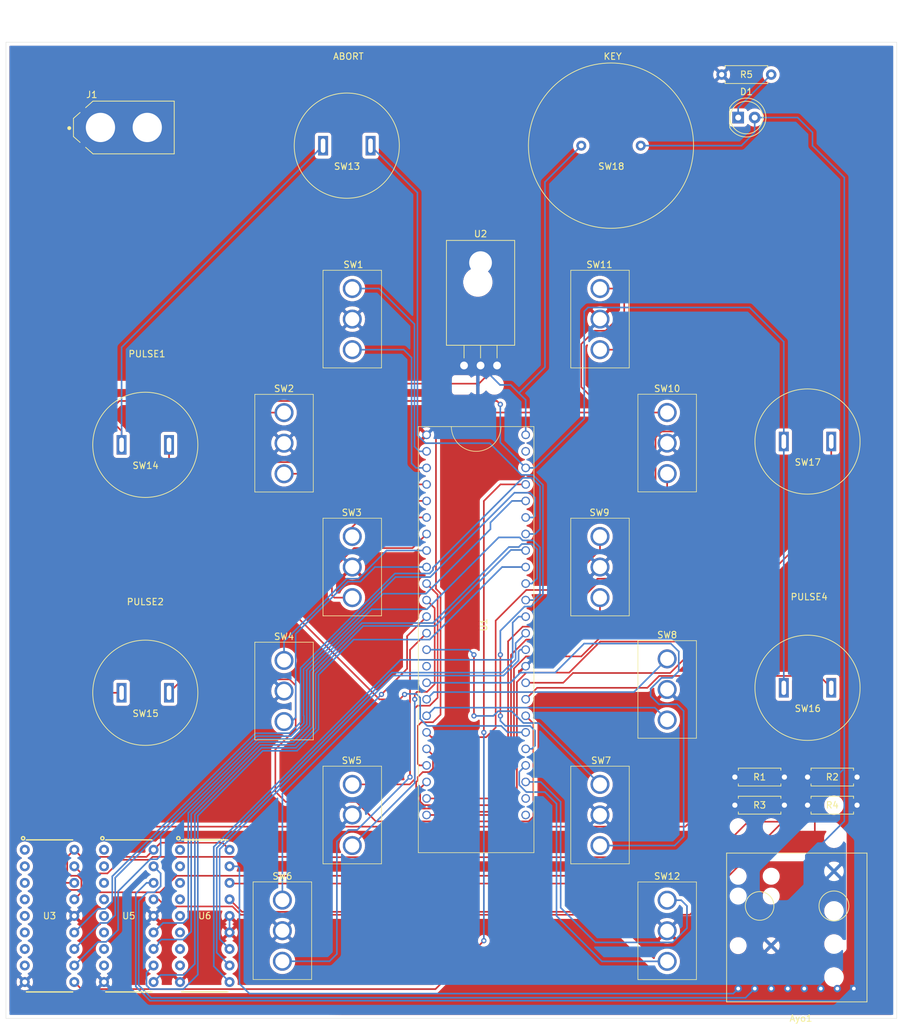
<source format=kicad_pcb>
(kicad_pcb (version 20171130) (host pcbnew "(5.1.10)-1")
  (title_block (date 2020-09-20) (rev Launchbox) (company v01) (comment 4 "Author: Ankit Khandelwal"))
  (layers (0 F.Cu signal) (31 B.Cu signal) (34 B.Paste user) (35 F.Paste user) (36 B.SilkS user) (37 F.SilkS user) (38 B.Mask user) (39 F.Mask user) (44 Edge.Cuts user))
  (net 0 "")
  (net 1 GND)
  (net 2 "Net-(SW1-Pad1)")
  (net 3 "Net-(SW1-Pad3)")
  (net 4 "Net-(SW2-Pad1)")
  (net 5 "Net-(SW2-Pad3)")
  (net 6 "Net-(SW3-Pad3)")
  (net 7 "Net-(SW3-Pad1)")
  (net 8 "Net-(SW4-Pad1)")
  (net 9 "Net-(SW4-Pad3)")
  (net 10 "Net-(SW6-Pad1)")
  (net 11 "Net-(SW6-Pad3)")
  (net 12 "Net-(SW7-Pad3)")
  (net 13 "Net-(SW7-Pad1)")
  (net 14 "Net-(SW8-Pad1)")
  (net 15 "Net-(SW8-Pad3)")
  (net 16 "Net-(SW9-Pad3)")
  (net 17 "Net-(SW9-Pad1)")
  (net 18 "Net-(SW10-Pad3)")
  (net 19 "Net-(SW10-Pad1)")
  (net 20 "Net-(SW11-Pad1)")
  (net 21 "Net-(SW11-Pad3)")
  (net 22 "Net-(SW12-Pad1)")
  (net 23 "Net-(SW12-Pad3)")
  (net 24 "Net-(SW14-Pad2)")
  (net 25 "Net-(SW15-Pad2)")
  (net 26 "Net-(SW16-Pad2)")
  (net 27 "Net-(SW17-Pad2)")
  (net 28 "Net-(U1-Pad13)")
  (net 29 "Net-(U1-Pad14)")
  (net 30 "Net-(U1-Pad15)")
  (net 31 "Net-(U1-Pad16)")
  (net 32 "Net-(U1-Pad17)")
  (net 33 "Net-(U1-Pad18)")
  (net 34 "Net-(U1-Pad19)")
  (net 35 "Net-(U1-Pad20)")
  (net 36 "Net-(U1-Pad21)")
  (net 37 "Net-(U1-Pad22)")
  (net 38 "Net-(U1-Pad23)")
  (net 39 "Net-(SW5-Pad1)")
  (net 40 "Net-(SW5-Pad3)")
  (net 41 "Net-(SW13-Pad2)")
  (net 42 VCC)
  (net 43 "Net-(R1-Pad2)")
  (net 44 "Net-(R1-Pad1)")
  (net 45 "Net-(R2-Pad2)")
  (net 46 "Net-(R2-Pad1)")
  (net 47 "Net-(R3-Pad2)")
  (net 48 "Net-(R3-Pad1)")
  (net 49 "Net-(D1-Pad1)")
  (net 50 3.3V)
  (net 51 "Net-(SW18-Pad1)")
  (net 52 "Net-(Ayo1-Pad8)")
  (net 53 "Net-(Ayo1-Pad7)")
  (net 54 "Net-(Ayo1-Pad6)")
  (net 55 "Net-(Ayo1-Pad4)")
  (net 56 "Net-(Ayo1-Pad3)")
  (net 57 "Net-(Ayo1-Pad2)")
  (net 58 "Net-(Ayo1-Pad1)")
  (net 59 "Net-(U1-Pad41)")
  (net 60 "Net-(U1-Pad34)")
  (net 61 "Net-(U1-Pad33)")
  (net 62 "Net-(U1-Pad47)")
  (net 63 "Net-(U3-Pad8)")
  (net 64 "Net-(U3-Pad7)")
  (net 65 "Net-(U3-Pad6)")
  (net 66 "Net-(U3-Pad5)")
  (net 67 "Net-(U3-Pad4)")
  (net 68 "Net-(U3-Pad3)")
  (net 69 "Net-(U3-Pad2)")
  (net 70 "Net-(U3-Pad1)")
  (net 71 "Net-(U5-Pad8)")
  (net 72 "Net-(U5-Pad7)")
  (net 73 "Net-(U5-Pad6)")
  (net 74 "Net-(U5-Pad5)")
  (net 75 "Net-(U5-Pad4)")
  (net 76 "Net-(U5-Pad3)")
  (net 77 "Net-(U5-Pad2)")
  (net 78 "Net-(U5-Pad1)")
  (net 79 "Net-(U6-Pad8)")
  (net 80 "Net-(U6-Pad7)")
  (net 81 "Net-(U6-Pad6)")
  (net 82 "Net-(U6-Pad5)")
  (net 83 "Net-(U6-Pad4)")
  (net 84 "Net-(U6-Pad3)")
  (net 85 "Net-(U6-Pad2)")
  (net 86 "Net-(U6-Pad1)")
  (module Launchbox:AMASS_XT60-M (layer F.Cu) (at 45.72 43.18)
    (fp_text reference J1 (at -4.92842 -5.03849) (layer F.SilkS) (effects (font (size 1.000693 1.000693))))
    (fp_text value XT60-MH)
    (pad 1 thru_hole rect (at -3.6 0) (size 5.516 5.516) (drill 4.5) (layers *.Cu *.Mask) (net 1 GND))
    (pad 2 thru_hole circle (at 3.6 0) (size 5.516 5.516) (drill 4.5) (layers *.Cu *.Mask) (net 42 VCC))
  )
  (module Package_TO_SOT_THT:TO-220F-3_Horizontal_TabDown (layer F.Cu) (at 98.044 79.756)
    (fp_text reference U2 (at 2.54 -20.22) (layer F.SilkS))
    (fp_text value LD1085V50-Regulator_Linear)
    (pad 3 thru_hole oval (at 5.08 0) (size 1.905 2) (drill 1.2) (layers *.Cu *.Mask) (net 42 VCC))
    (pad 2 thru_hole oval (at 2.54 0) (size 1.905 2) (drill 1.2) (layers *.Cu *.Mask) (net 51 "Net-(SW18-Pad1)"))
    (pad 1 thru_hole rect (at 0 0) (size 1.905 2) (drill 1.2) (layers *.Cu *.Mask) (net 1 GND))
    (pad "" np_thru_hole oval (at 2.54 -15.8) (size 3.5 3.5) (drill 3.5) (layers *.Cu *.Mask))
  )
  (module Launchbox:RJ45EthernetBreakout (layer F.Cu) (at 149.86 166.116)
    (fp_text reference Ayo1 (at 0 13.97) (layer F.SilkS))
    (fp_text value RJ45EthernetBreakout)
    (pad 8 thru_hole circle (at -9.64 9.39) (size 1.143 1.143) (drill 0.5715) (layers *.Cu *.Mask) (net 52 "Net-(Ayo1-Pad8)"))
    (pad 7 thru_hole circle (at -7.1 9.39) (size 1.143 1.143) (drill 0.5715) (layers *.Cu *.Mask) (net 53 "Net-(Ayo1-Pad7)"))
    (pad 6 thru_hole circle (at -4.56 9.39) (size 1.143 1.143) (drill 0.5715) (layers *.Cu *.Mask) (net 54 "Net-(Ayo1-Pad6)"))
    (pad 5 thru_hole circle (at -2.02 9.39) (size 1.143 1.143) (drill 0.5715) (layers *.Cu *.Mask) (net 1 GND))
    (pad 4 thru_hole circle (at 0.52 9.39) (size 1.143 1.143) (drill 0.5715) (layers *.Cu *.Mask) (net 55 "Net-(Ayo1-Pad4)"))
    (pad 3 thru_hole circle (at 3.06 9.39) (size 1.143 1.143) (drill 0.5715) (layers *.Cu *.Mask) (net 56 "Net-(Ayo1-Pad3)"))
    (pad 2 thru_hole circle (at 5.6 9.39) (size 1.143 1.143) (drill 0.5715) (layers *.Cu *.Mask) (net 57 "Net-(Ayo1-Pad2)"))
    (pad 1 thru_hole rect (at 8.14 9.39) (size 1.143 1.143) (drill 0.5715) (layers *.Cu *.Mask) (net 58 "Net-(Ayo1-Pad1)"))
  )
  (module Launchbox:Pushbutton (layer F.Cu) (at 120.65 45.974)
    (fp_text reference SW18 (at 0.04064 3.19024) (layer F.SilkS))
    (fp_text value SW_Push)
    (pad 1 thru_hole circle (at -4.572 0 90) (size 1.524 1.524) (drill 0.762) (layers *.Cu *.Mask) (net 51 "Net-(SW18-Pad1)"))
    (pad 2 thru_hole circle (at 4.572 0 90) (size 1.524 1.524) (drill 0.762) (layers *.Cu *.Mask) (net 55 "Net-(Ayo1-Pad4)"))
  )
  (module Launchbox:Pushbutton (layer F.Cu) (at 150.876 91.44)
    (fp_text reference SW17 (at 0.04064 3.19024) (layer F.SilkS))
    (fp_text value SW_Push)
    (pad 2 thru_hole rect (at 3.65 0 90) (size 3 1.524) (drill oval 2.2 0.7) (layers *.Cu *.Mask) (net 27 "Net-(SW17-Pad2)"))
    (pad 1 thru_hole rect (at -3.65 0 90) (size 3 1.524) (drill oval 2.2 0.7) (layers *.Cu *.Mask) (net 50 3.3V))
  )
  (module Launchbox:Pushbutton (layer F.Cu) (at 49.022 130.048)
    (fp_text reference SW15 (at 0.04064 3.19024) (layer F.SilkS))
    (fp_text value SW_Push)
    (pad 2 thru_hole rect (at 3.65 0 90) (size 3 1.524) (drill oval 2.2 0.7) (layers *.Cu *.Mask) (net 25 "Net-(SW15-Pad2)"))
    (pad 1 thru_hole rect (at -3.65 0 90) (size 3 1.524) (drill oval 2.2 0.7) (layers *.Cu *.Mask) (net 50 3.3V))
  )
  (module Launchbox:Pushbutton (layer F.Cu) (at 150.876 129.286)
    (fp_text reference SW16 (at 0.04064 3.19024) (layer F.SilkS))
    (fp_text value SW_Push)
    (pad 2 thru_hole rect (at 3.65 0 90) (size 3 1.524) (drill oval 2.2 0.7) (layers *.Cu *.Mask) (net 26 "Net-(SW16-Pad2)"))
    (pad 1 thru_hole rect (at -3.65 0 90) (size 3 1.524) (drill oval 2.2 0.7) (layers *.Cu *.Mask) (net 50 3.3V))
  )
  (module Launchbox:Pushbutton (layer F.Cu) (at 80.01 45.974)
    (fp_text reference SW13 (at 0.04064 3.19024) (layer F.SilkS))
    (fp_text value SW_Push)
    (pad 2 thru_hole rect (at 3.65 0 90) (size 3 1.524) (drill oval 2.2 0.7) (layers *.Cu *.Mask) (net 41 "Net-(SW13-Pad2)"))
    (pad 1 thru_hole rect (at -3.65 0 90) (size 3 1.524) (drill oval 2.2 0.7) (layers *.Cu *.Mask) (net 50 3.3V))
  )
  (module Launchbox:Pushbutton (layer F.Cu) (at 49.022 91.948)
    (fp_text reference SW14 (at 0.04064 3.19024) (layer F.SilkS))
    (fp_text value SW_Push)
    (pad 2 thru_hole rect (at 3.65 0 90) (size 3 1.524) (drill oval 2.2 0.7) (layers *.Cu *.Mask) (net 24 "Net-(SW14-Pad2)"))
    (pad 1 thru_hole rect (at -3.65 0 90) (size 3 1.524) (drill oval 2.2 0.7) (layers *.Cu *.Mask) (net 50 3.3V))
  )
  (module "Launchbox:Teensy 3.6" (layer F.Cu) (at 99.905 119.619 90)
    (fp_text reference U1 (at 0 1.187 90) (layer F.SilkS))
    (fp_text value Teensy3.6)
    (pad 40 thru_hole circle (at 29.21 7.62 90) (size 1.3208 1.3208) (drill 0.9398) (layers *.Cu *.Mask) (net 51 "Net-(SW18-Pad1)"))
    (pad 41 thru_hole circle (at 26.67 7.62 90) (size 1.3208 1.3208) (drill 0.9398) (layers *.Cu *.Mask) (net 59 "Net-(U1-Pad41)"))
    (pad 42 thru_hole circle (at 24.13 7.62 90) (size 1.3208 1.3208) (drill 0.9398) (layers *.Cu *.Mask) (net 50 3.3V))
    (pad 23 thru_hole circle (at 21.59 7.62 90) (size 1.3208 1.3208) (drill 0.9398) (layers *.Cu *.Mask) (net 38 "Net-(U1-Pad23)"))
    (pad 22 thru_hole circle (at 19.05 7.62 90) (size 1.3208 1.3208) (drill 0.9398) (layers *.Cu *.Mask) (net 37 "Net-(U1-Pad22)"))
    (pad 21 thru_hole circle (at 16.51 7.62 90) (size 1.3208 1.3208) (drill 0.9398) (layers *.Cu *.Mask) (net 36 "Net-(U1-Pad21)"))
    (pad 20 thru_hole circle (at 13.97 7.62 90) (size 1.3208 1.3208) (drill 0.9398) (layers *.Cu *.Mask) (net 35 "Net-(U1-Pad20)"))
    (pad 19 thru_hole circle (at 11.43 7.62 90) (size 1.3208 1.3208) (drill 0.9398) (layers *.Cu *.Mask) (net 34 "Net-(U1-Pad19)"))
    (pad 18 thru_hole circle (at 8.89 7.62 90) (size 1.3208 1.3208) (drill 0.9398) (layers *.Cu *.Mask) (net 33 "Net-(U1-Pad18)"))
    (pad 17 thru_hole circle (at 6.35 7.62 90) (size 1.3208 1.3208) (drill 0.9398) (layers *.Cu *.Mask) (net 32 "Net-(U1-Pad17)"))
    (pad 16 thru_hole circle (at 3.81 7.62 90) (size 1.3208 1.3208) (drill 0.9398) (layers *.Cu *.Mask) (net 31 "Net-(U1-Pad16)"))
    (pad 15 thru_hole circle (at 1.27 7.62 90) (size 1.3208 1.3208) (drill 0.9398) (layers *.Cu *.Mask) (net 30 "Net-(U1-Pad15)"))
    (pad 14 thru_hole circle (at -1.27 7.62 90) (size 1.3208 1.3208) (drill 0.9398) (layers *.Cu *.Mask) (net 29 "Net-(U1-Pad14)"))
    (pad 13 thru_hole circle (at -3.81 7.62 90) (size 1.3208 1.3208) (drill 0.9398) (layers *.Cu *.Mask) (net 28 "Net-(U1-Pad13)"))
    (pad 43 thru_hole circle (at -6.35 7.62 90) (size 1.3208 1.3208) (drill 0.9398) (layers *.Cu *.Mask) (net 1 GND))
    (pad 44 thru_hole circle (at -8.89 7.62 90) (size 1.3208 1.3208) (drill 0.9398) (layers *.Cu *.Mask) (net 27 "Net-(SW17-Pad2)"))
    (pad 45 thru_hole circle (at -11.43 7.62 90) (size 1.3208 1.3208) (drill 0.9398) (layers *.Cu *.Mask) (net 26 "Net-(SW16-Pad2)"))
    (pad 39 thru_hole circle (at -13.97 7.62 90) (size 1.3208 1.3208) (drill 0.9398) (layers *.Cu *.Mask) (net 25 "Net-(SW15-Pad2)"))
    (pad 38 thru_hole circle (at -16.51 7.62 90) (size 1.3208 1.3208) (drill 0.9398) (layers *.Cu *.Mask) (net 24 "Net-(SW14-Pad2)"))
    (pad 37 thru_hole circle (at -19.05 7.62 90) (size 1.3208 1.3208) (drill 0.9398) (layers *.Cu *.Mask) (net 41 "Net-(SW13-Pad2)"))
    (pad 36 thru_hole circle (at -21.59 7.62 90) (size 1.3208 1.3208) (drill 0.9398) (layers *.Cu *.Mask) (net 23 "Net-(SW12-Pad3)"))
    (pad 35 thru_hole circle (at -24.13 7.62 90) (size 1.3208 1.3208) (drill 0.9398) (layers *.Cu *.Mask) (net 22 "Net-(SW12-Pad1)"))
    (pad 34 thru_hole circle (at -26.67 7.62 90) (size 1.3208 1.3208) (drill 0.9398) (layers *.Cu *.Mask) (net 60 "Net-(U1-Pad34)"))
    (pad 33 thru_hole circle (at -29.21 7.62 90) (size 1.3208 1.3208) (drill 0.9398) (layers *.Cu *.Mask) (net 61 "Net-(U1-Pad33)"))
    (pad 46 thru_hole circle (at 29.21 -7.62 90) (size 1.3208 1.3208) (drill 0.9398) (layers *.Cu *.Mask) (net 1 GND))
    (pad 0 thru_hole circle (at 26.67 -7.62 90) (size 1.3208 1.3208) (drill 0.9398) (layers *.Cu *.Mask) (net 2 "Net-(SW1-Pad1)"))
    (pad 1 thru_hole circle (at 24.13 -7.62 90) (size 1.3208 1.3208) (drill 0.9398) (layers *.Cu *.Mask) (net 3 "Net-(SW1-Pad3)"))
    (pad 2 thru_hole circle (at 21.59 -7.62 90) (size 1.3208 1.3208) (drill 0.9398) (layers *.Cu *.Mask) (net 4 "Net-(SW2-Pad1)"))
    (pad 3 thru_hole circle (at 19.05 -7.62 90) (size 1.3208 1.3208) (drill 0.9398) (layers *.Cu *.Mask) (net 5 "Net-(SW2-Pad3)"))
    (pad 4 thru_hole circle (at 16.51 -7.62 90) (size 1.3208 1.3208) (drill 0.9398) (layers *.Cu *.Mask) (net 7 "Net-(SW3-Pad1)"))
    (pad 5 thru_hole circle (at 13.97 -7.62 90) (size 1.3208 1.3208) (drill 0.9398) (layers *.Cu *.Mask) (net 6 "Net-(SW3-Pad3)"))
    (pad 6 thru_hole circle (at 11.43 -7.62 90) (size 1.3208 1.3208) (drill 0.9398) (layers *.Cu *.Mask) (net 8 "Net-(SW4-Pad1)"))
    (pad 7 thru_hole circle (at 8.89 -7.62 90) (size 1.3208 1.3208) (drill 0.9398) (layers *.Cu *.Mask) (net 9 "Net-(SW4-Pad3)"))
    (pad 8 thru_hole circle (at 6.35 -7.62 90) (size 1.3208 1.3208) (drill 0.9398) (layers *.Cu *.Mask) (net 39 "Net-(SW5-Pad1)"))
    (pad 9 thru_hole circle (at 3.81 -7.62 90) (size 1.3208 1.3208) (drill 0.9398) (layers *.Cu *.Mask) (net 40 "Net-(SW5-Pad3)"))
    (pad 10 thru_hole circle (at 1.27 -7.62 90) (size 1.3208 1.3208) (drill 0.9398) (layers *.Cu *.Mask) (net 10 "Net-(SW6-Pad1)"))
    (pad 11 thru_hole circle (at -1.27 -7.62 90) (size 1.3208 1.3208) (drill 0.9398) (layers *.Cu *.Mask) (net 11 "Net-(SW6-Pad3)"))
    (pad 12 thru_hole circle (at -3.81 -7.62 90) (size 1.3208 1.3208) (drill 0.9398) (layers *.Cu *.Mask) (net 13 "Net-(SW7-Pad1)"))
    (pad 47 thru_hole circle (at -6.35 -7.62 90) (size 1.3208 1.3208) (drill 0.9398) (layers *.Cu *.Mask) (net 62 "Net-(U1-Pad47)"))
    (pad 24 thru_hole circle (at -8.89 -7.62 90) (size 1.3208 1.3208) (drill 0.9398) (layers *.Cu *.Mask) (net 12 "Net-(SW7-Pad3)"))
    (pad 25 thru_hole circle (at -11.43 -7.62 90) (size 1.3208 1.3208) (drill 0.9398) (layers *.Cu *.Mask) (net 14 "Net-(SW8-Pad1)"))
    (pad 26 thru_hole circle (at -13.97 -7.62 90) (size 1.3208 1.3208) (drill 0.9398) (layers *.Cu *.Mask) (net 15 "Net-(SW8-Pad3)"))
    (pad 27 thru_hole circle (at -16.51 -7.62 90) (size 1.3208 1.3208) (drill 0.9398) (layers *.Cu *.Mask) (net 17 "Net-(SW9-Pad1)"))
    (pad 28 thru_hole circle (at -19.05 -7.62 90) (size 1.3208 1.3208) (drill 0.9398) (layers *.Cu *.Mask) (net 16 "Net-(SW9-Pad3)"))
    (pad 29 thru_hole circle (at -21.59 -7.62 90) (size 1.3208 1.3208) (drill 0.9398) (layers *.Cu *.Mask) (net 19 "Net-(SW10-Pad1)"))
    (pad 30 thru_hole circle (at -24.13 -7.62 90) (size 1.3208 1.3208) (drill 0.9398) (layers *.Cu *.Mask) (net 18 "Net-(SW10-Pad3)"))
    (pad 31 thru_hole circle (at -26.67 -7.62 90) (size 1.3208 1.3208) (drill 0.9398) (layers *.Cu *.Mask) (net 20 "Net-(SW11-Pad1)"))
    (pad 32 thru_hole circle (at -29.21 -7.62 90) (size 1.3208 1.3208) (drill 0.9398) (layers *.Cu *.Mask) (net 21 "Net-(SW11-Pad3)"))
  )
  (module Launchbox:HT12E (layer F.Cu) (at 34.29 164.338 270)
    (fp_text reference U3 (at 0 0 180) (layer F.SilkS))
    (fp_text value HT12E)
    (pad 17 thru_hole circle (at -7.62 -3.81 270) (size 1.524 1.524) (drill 0.762) (layers *.Cu *.Mask) (net 54 "Net-(Ayo1-Pad6)"))
    (pad 12 thru_hole circle (at 5.08 -3.81 270) (size 1.524 1.524) (drill 0.762) (layers *.Cu *.Mask) (net 36 "Net-(U1-Pad21)"))
    (pad 11 thru_hole circle (at 7.62 -3.81 270) (size 1.524 1.524) (drill 0.762) (layers *.Cu *.Mask) (net 37 "Net-(U1-Pad22)"))
    (pad 18 thru_hole circle (at -10.16 -3.81 270) (size 1.524 1.524) (drill 0.762) (layers *.Cu *.Mask) (net 50 3.3V))
    (pad 16 thru_hole circle (at -5.08 -3.81 270) (size 1.524 1.524) (drill 0.762) (layers *.Cu *.Mask) (net 44 "Net-(R1-Pad1)"))
    (pad 13 thru_hole circle (at 2.54 -3.81 270) (size 1.524 1.524) (drill 0.762) (layers *.Cu *.Mask) (net 35 "Net-(U1-Pad20)"))
    (pad 14 thru_hole circle (at 0 -3.81 270) (size 1.524 1.524) (drill 0.762) (layers *.Cu *.Mask) (net 1 GND))
    (pad 15 thru_hole circle (at -2.54 -3.81 270) (size 1.524 1.524) (drill 0.762) (layers *.Cu *.Mask) (net 43 "Net-(R1-Pad2)"))
    (pad 10 thru_hole circle (at 10.16 -3.81 270) (size 1.524 1.524) (drill 0.762) (layers *.Cu *.Mask) (net 38 "Net-(U1-Pad23)"))
    (pad 9 thru_hole circle (at 10.16 3.81 270) (size 1.524 1.524) (drill 0.762) (layers *.Cu *.Mask) (net 1 GND))
    (pad 8 thru_hole circle (at 7.62 3.81 270) (size 1.524 1.524) (drill 0.762) (layers *.Cu *.Mask) (net 63 "Net-(U3-Pad8)"))
    (pad 7 thru_hole circle (at 5.08 3.81 270) (size 1.524 1.524) (drill 0.762) (layers *.Cu *.Mask) (net 64 "Net-(U3-Pad7)"))
    (pad 6 thru_hole circle (at 2.54 3.81 270) (size 1.524 1.524) (drill 0.762) (layers *.Cu *.Mask) (net 65 "Net-(U3-Pad6)"))
    (pad 5 thru_hole circle (at 0 3.81 270) (size 1.524 1.524) (drill 0.762) (layers *.Cu *.Mask) (net 66 "Net-(U3-Pad5)"))
    (pad 4 thru_hole circle (at -2.54 3.81 270) (size 1.524 1.524) (drill 0.762) (layers *.Cu *.Mask) (net 67 "Net-(U3-Pad4)"))
    (pad 3 thru_hole circle (at -5.08 3.81 270) (size 1.524 1.524) (drill 0.762) (layers *.Cu *.Mask) (net 68 "Net-(U3-Pad3)"))
    (pad 2 thru_hole circle (at -7.62 3.81 270) (size 1.524 1.524) (drill 0.762) (layers *.Cu *.Mask) (net 69 "Net-(U3-Pad2)"))
    (pad 1 thru_hole circle (at -10.16 3.81 270) (size 1.524 1.524) (drill 0.762) (layers *.Cu *.Mask) (net 70 "Net-(U3-Pad1)"))
  )
  (module Resistor_THT:R_Axial_DIN0207_L6.3mm_D2.5mm_P7.62mm_Horizontal (layer F.Cu) (at 137.668 35.052)
    (fp_text reference R5 (at 3.81 0) (layer F.SilkS))
    (fp_text value R_US)
    (pad 2 thru_hole oval (at 7.62 0) (size 1.6 1.6) (drill 0.8) (layers *.Cu *.Mask) (net 49 "Net-(D1-Pad1)"))
    (pad 1 thru_hole circle (at 0 0) (size 1.6 1.6) (drill 0.8) (layers *.Cu *.Mask) (net 1 GND))
  )
  (module LED_THT:LED_D5.0mm (layer F.Cu) (at 140.208 41.656)
    (fp_text reference D1 (at 1.27 -3.96) (layer F.SilkS))
    (fp_text value LED)
    (pad 2 thru_hole circle (at 2.54 0) (size 1.8 1.8) (drill 0.9) (layers *.Cu *.Mask) (net 55 "Net-(Ayo1-Pad4)"))
    (pad 1 thru_hole rect (at 0 0) (size 1.8 1.8) (drill 0.9) (layers *.Cu *.Mask) (net 49 "Net-(D1-Pad1)"))
  )
  (module Launchbox:SPDT_Slide_Switch (layer F.Cu) (at 129.286 129.54 270)
    (fp_text reference SW8 (at -8.382 0 180) (layer F.SilkS))
    (fp_text value SW_SPDT_MSM)
    (pad 3 thru_hole circle (at 4.699 0 270) (size 2.921 2.921) (drill 2.159) (layers *.Cu *.Mask) (net 15 "Net-(SW8-Pad3)"))
    (pad 2 thru_hole circle (at 0 0 270) (size 2.921 2.921) (drill 2.159) (layers *.Cu *.Mask) (net 1 GND))
    (pad 1 thru_hole circle (at -4.699 0 270) (size 2.921 2.921) (drill 2.159) (layers *.Cu *.Mask) (net 14 "Net-(SW8-Pad1)"))
  )
  (module Launchbox:HT12E (layer F.Cu) (at 58.166 164.338 270)
    (fp_text reference U6 (at 0 0 180) (layer F.SilkS))
    (fp_text value HT12E)
    (pad 17 thru_hole circle (at -7.62 -3.81 270) (size 1.524 1.524) (drill 0.762) (layers *.Cu *.Mask) (net 52 "Net-(Ayo1-Pad8)"))
    (pad 12 thru_hole circle (at 5.08 -3.81 270) (size 1.524 1.524) (drill 0.762) (layers *.Cu *.Mask) (net 28 "Net-(U1-Pad13)"))
    (pad 11 thru_hole circle (at 7.62 -3.81 270) (size 1.524 1.524) (drill 0.762) (layers *.Cu *.Mask) (net 29 "Net-(U1-Pad14)"))
    (pad 18 thru_hole circle (at -10.16 -3.81 270) (size 1.524 1.524) (drill 0.762) (layers *.Cu *.Mask) (net 50 3.3V))
    (pad 16 thru_hole circle (at -5.08 -3.81 270) (size 1.524 1.524) (drill 0.762) (layers *.Cu *.Mask) (net 48 "Net-(R3-Pad1)"))
    (pad 13 thru_hole circle (at 2.54 -3.81 270) (size 1.524 1.524) (drill 0.762) (layers *.Cu *.Mask) (net 1 GND))
    (pad 14 thru_hole circle (at 0 -3.81 270) (size 1.524 1.524) (drill 0.762) (layers *.Cu *.Mask) (net 1 GND))
    (pad 15 thru_hole circle (at -2.54 -3.81 270) (size 1.524 1.524) (drill 0.762) (layers *.Cu *.Mask) (net 47 "Net-(R3-Pad2)"))
    (pad 10 thru_hole circle (at 10.16 -3.81 270) (size 1.524 1.524) (drill 0.762) (layers *.Cu *.Mask) (net 30 "Net-(U1-Pad15)"))
    (pad 9 thru_hole circle (at 10.16 3.81 270) (size 1.524 1.524) (drill 0.762) (layers *.Cu *.Mask) (net 1 GND))
    (pad 8 thru_hole circle (at 7.62 3.81 270) (size 1.524 1.524) (drill 0.762) (layers *.Cu *.Mask) (net 79 "Net-(U6-Pad8)"))
    (pad 7 thru_hole circle (at 5.08 3.81 270) (size 1.524 1.524) (drill 0.762) (layers *.Cu *.Mask) (net 80 "Net-(U6-Pad7)"))
    (pad 6 thru_hole circle (at 2.54 3.81 270) (size 1.524 1.524) (drill 0.762) (layers *.Cu *.Mask) (net 81 "Net-(U6-Pad6)"))
    (pad 5 thru_hole circle (at 0 3.81 270) (size 1.524 1.524) (drill 0.762) (layers *.Cu *.Mask) (net 82 "Net-(U6-Pad5)"))
    (pad 4 thru_hole circle (at -2.54 3.81 270) (size 1.524 1.524) (drill 0.762) (layers *.Cu *.Mask) (net 83 "Net-(U6-Pad4)"))
    (pad 3 thru_hole circle (at -5.08 3.81 270) (size 1.524 1.524) (drill 0.762) (layers *.Cu *.Mask) (net 84 "Net-(U6-Pad3)"))
    (pad 2 thru_hole circle (at -7.62 3.81 270) (size 1.524 1.524) (drill 0.762) (layers *.Cu *.Mask) (net 85 "Net-(U6-Pad2)"))
    (pad 1 thru_hole circle (at -10.16 3.81 270) (size 1.524 1.524) (drill 0.762) (layers *.Cu *.Mask) (net 86 "Net-(U6-Pad1)"))
  )
  (module Launchbox:SPDT_Slide_Switch (layer F.Cu) (at 118.955 110.729 270)
    (fp_text reference SW9 (at -8.367 0.083 180) (layer F.SilkS))
    (fp_text value SW_SPDT_MSM)
    (pad 3 thru_hole circle (at 4.699 0 270) (size 2.921 2.921) (drill 2.159) (layers *.Cu *.Mask) (net 16 "Net-(SW9-Pad3)"))
    (pad 2 thru_hole circle (at 0 0 270) (size 2.921 2.921) (drill 2.159) (layers *.Cu *.Mask) (net 1 GND))
    (pad 1 thru_hole circle (at -4.699 0 270) (size 2.921 2.921) (drill 2.159) (layers *.Cu *.Mask) (net 17 "Net-(SW9-Pad1)"))
  )
  (module Launchbox:SPDT_Slide_Switch (layer F.Cu) (at 118.955 148.829 270)
    (fp_text reference SW7 (at -8.367 -0.171 180) (layer F.SilkS))
    (fp_text value SW_SPDT_MSM)
    (pad 3 thru_hole circle (at 4.699 0 270) (size 2.921 2.921) (drill 2.159) (layers *.Cu *.Mask) (net 12 "Net-(SW7-Pad3)"))
    (pad 2 thru_hole circle (at 0 0 270) (size 2.921 2.921) (drill 2.159) (layers *.Cu *.Mask) (net 1 GND))
    (pad 1 thru_hole circle (at -4.699 0 270) (size 2.921 2.921) (drill 2.159) (layers *.Cu *.Mask) (net 13 "Net-(SW7-Pad1)"))
  )
  (module Launchbox:SPDT_Slide_Switch (layer F.Cu) (at 80.855 110.729 270)
    (fp_text reference SW3 (at -8.367 0.083 180) (layer F.SilkS))
    (fp_text value SW_SPDT_MSM)
    (pad 3 thru_hole circle (at 4.699 0 270) (size 2.921 2.921) (drill 2.159) (layers *.Cu *.Mask) (net 6 "Net-(SW3-Pad3)"))
    (pad 2 thru_hole circle (at 0 0 270) (size 2.921 2.921) (drill 2.159) (layers *.Cu *.Mask) (net 1 GND))
    (pad 1 thru_hole circle (at -4.699 0 270) (size 2.921 2.921) (drill 2.159) (layers *.Cu *.Mask) (net 7 "Net-(SW3-Pad1)"))
  )
  (module Launchbox:SPDT_Slide_Switch (layer F.Cu) (at 80.855 148.829 270)
    (fp_text reference SW5 (at -8.367 0.083 180) (layer F.SilkS))
    (fp_text value SW_SPDT_MSM)
    (pad 3 thru_hole circle (at 4.699 0 270) (size 2.921 2.921) (drill 2.159) (layers *.Cu *.Mask) (net 40 "Net-(SW5-Pad3)"))
    (pad 2 thru_hole circle (at 0 0 270) (size 2.921 2.921) (drill 2.159) (layers *.Cu *.Mask) (net 1 GND))
    (pad 1 thru_hole circle (at -4.699 0 270) (size 2.921 2.921) (drill 2.159) (layers *.Cu *.Mask) (net 39 "Net-(SW5-Pad1)"))
  )
  (module Launchbox:SPDT_Slide_Switch (layer F.Cu) (at 70.358 91.694 270)
    (fp_text reference SW2 (at -8.382 0 180) (layer F.SilkS))
    (fp_text value SW_SPDT_MSM)
    (pad 3 thru_hole circle (at 4.699 0 270) (size 2.921 2.921) (drill 2.159) (layers *.Cu *.Mask) (net 5 "Net-(SW2-Pad3)"))
    (pad 2 thru_hole circle (at 0 0 270) (size 2.921 2.921) (drill 2.159) (layers *.Cu *.Mask) (net 1 GND))
    (pad 1 thru_hole circle (at -4.699 0 270) (size 2.921 2.921) (drill 2.159) (layers *.Cu *.Mask) (net 4 "Net-(SW2-Pad1)"))
  )
  (module Launchbox:SPDT_Slide_Switch (layer F.Cu) (at 129.286 91.679 270)
    (fp_text reference SW10 (at -8.367 0 180) (layer F.SilkS))
    (fp_text value SW_SPDT_MSM)
    (pad 3 thru_hole circle (at 4.699 0 270) (size 2.921 2.921) (drill 2.159) (layers *.Cu *.Mask) (net 18 "Net-(SW10-Pad3)"))
    (pad 2 thru_hole circle (at 0 0 270) (size 2.921 2.921) (drill 2.159) (layers *.Cu *.Mask) (net 1 GND))
    (pad 1 thru_hole circle (at -4.699 0 270) (size 2.921 2.921) (drill 2.159) (layers *.Cu *.Mask) (net 19 "Net-(SW10-Pad1)"))
  )
  (module Launchbox:SPDT_Slide_Switch (layer F.Cu) (at 70.358 129.779 270)
    (fp_text reference SW4 (at -8.367 0 180) (layer F.SilkS))
    (fp_text value SW_SPDT_MSM)
    (pad 3 thru_hole circle (at 4.699 0 270) (size 2.921 2.921) (drill 2.159) (layers *.Cu *.Mask) (net 9 "Net-(SW4-Pad3)"))
    (pad 2 thru_hole circle (at 0 0 270) (size 2.921 2.921) (drill 2.159) (layers *.Cu *.Mask) (net 1 GND))
    (pad 1 thru_hole circle (at -4.699 0 270) (size 2.921 2.921) (drill 2.159) (layers *.Cu *.Mask) (net 8 "Net-(SW4-Pad1)"))
  )
  (module Launchbox:SPDT_Slide_Switch (layer F.Cu) (at 129.286 166.624 270)
    (fp_text reference SW12 (at -8.382 0 180) (layer F.SilkS))
    (fp_text value SW_SPDT_MSM)
    (pad 3 thru_hole circle (at 4.699 0 270) (size 2.921 2.921) (drill 2.159) (layers *.Cu *.Mask) (net 23 "Net-(SW12-Pad3)"))
    (pad 2 thru_hole circle (at 0 0 270) (size 2.921 2.921) (drill 2.159) (layers *.Cu *.Mask) (net 1 GND))
    (pad 1 thru_hole circle (at -4.699 0 270) (size 2.921 2.921) (drill 2.159) (layers *.Cu *.Mask) (net 22 "Net-(SW12-Pad1)"))
  )
  (module Resistor_THT:R_Axial_DIN0207_L6.3mm_D2.5mm_P7.62mm_Horizontal (layer F.Cu) (at 158.496 143.002 180)
    (fp_text reference R2 (at 3.81 0) (layer F.SilkS))
    (fp_text value R_US)
    (pad 2 thru_hole oval (at 7.62 0 180) (size 1.6 1.6) (drill 0.8) (layers *.Cu *.Mask) (net 45 "Net-(R2-Pad2)"))
    (pad 1 thru_hole circle (at 0 0 180) (size 1.6 1.6) (drill 0.8) (layers *.Cu *.Mask) (net 46 "Net-(R2-Pad1)"))
  )
  (module Launchbox:SPDT_Slide_Switch (layer F.Cu) (at 80.855 72.629 270)
    (fp_text reference SW1 (at -8.367 -0.171 180) (layer F.SilkS))
    (fp_text value SW_SPDT_MSM)
    (pad 3 thru_hole circle (at 4.699 0 270) (size 2.921 2.921) (drill 2.159) (layers *.Cu *.Mask) (net 3 "Net-(SW1-Pad3)"))
    (pad 2 thru_hole circle (at 0 0 270) (size 2.921 2.921) (drill 2.159) (layers *.Cu *.Mask) (net 1 GND))
    (pad 1 thru_hole circle (at -4.699 0 270) (size 2.921 2.921) (drill 2.159) (layers *.Cu *.Mask) (net 2 "Net-(SW1-Pad1)"))
  )
  (module Resistor_THT:R_Axial_DIN0207_L6.3mm_D2.5mm_P7.62mm_Horizontal (layer F.Cu) (at 158.496 147.32 180)
    (fp_text reference R4 (at 3.81 0) (layer F.SilkS))
    (fp_text value R_US)
    (pad 2 thru_hole oval (at 7.62 0 180) (size 1.6 1.6) (drill 0.8) (layers *.Cu *.Mask) (net 55 "Net-(Ayo1-Pad4)"))
    (pad 1 thru_hole circle (at 0 0 180) (size 1.6 1.6) (drill 0.8) (layers *.Cu *.Mask) (net 1 GND))
  )
  (module Launchbox:HT12E (layer F.Cu) (at 46.482 164.338 270)
    (fp_text reference U5 (at 0 0 180) (layer F.SilkS))
    (fp_text value HT12E)
    (pad 17 thru_hole circle (at -7.62 -3.81 270) (size 1.524 1.524) (drill 0.762) (layers *.Cu *.Mask) (net 53 "Net-(Ayo1-Pad7)"))
    (pad 12 thru_hole circle (at 5.08 -3.81 270) (size 1.524 1.524) (drill 0.762) (layers *.Cu *.Mask) (net 32 "Net-(U1-Pad17)"))
    (pad 11 thru_hole circle (at 7.62 -3.81 270) (size 1.524 1.524) (drill 0.762) (layers *.Cu *.Mask) (net 33 "Net-(U1-Pad18)"))
    (pad 18 thru_hole circle (at -10.16 -3.81 270) (size 1.524 1.524) (drill 0.762) (layers *.Cu *.Mask) (net 50 3.3V))
    (pad 16 thru_hole circle (at -5.08 -3.81 270) (size 1.524 1.524) (drill 0.762) (layers *.Cu *.Mask) (net 46 "Net-(R2-Pad1)"))
    (pad 13 thru_hole circle (at 2.54 -3.81 270) (size 1.524 1.524) (drill 0.762) (layers *.Cu *.Mask) (net 31 "Net-(U1-Pad16)"))
    (pad 14 thru_hole circle (at 0 -3.81 270) (size 1.524 1.524) (drill 0.762) (layers *.Cu *.Mask) (net 1 GND))
    (pad 15 thru_hole circle (at -2.54 -3.81 270) (size 1.524 1.524) (drill 0.762) (layers *.Cu *.Mask) (net 45 "Net-(R2-Pad2)"))
    (pad 10 thru_hole circle (at 10.16 -3.81 270) (size 1.524 1.524) (drill 0.762) (layers *.Cu *.Mask) (net 34 "Net-(U1-Pad19)"))
    (pad 9 thru_hole circle (at 10.16 3.81 270) (size 1.524 1.524) (drill 0.762) (layers *.Cu *.Mask) (net 1 GND))
    (pad 8 thru_hole circle (at 7.62 3.81 270) (size 1.524 1.524) (drill 0.762) (layers *.Cu *.Mask) (net 71 "Net-(U5-Pad8)"))
    (pad 7 thru_hole circle (at 5.08 3.81 270) (size 1.524 1.524) (drill 0.762) (layers *.Cu *.Mask) (net 72 "Net-(U5-Pad7)"))
    (pad 6 thru_hole circle (at 2.54 3.81 270) (size 1.524 1.524) (drill 0.762) (layers *.Cu *.Mask) (net 73 "Net-(U5-Pad6)"))
    (pad 5 thru_hole circle (at 0 3.81 270) (size 1.524 1.524) (drill 0.762) (layers *.Cu *.Mask) (net 74 "Net-(U5-Pad5)"))
    (pad 4 thru_hole circle (at -2.54 3.81 270) (size 1.524 1.524) (drill 0.762) (layers *.Cu *.Mask) (net 75 "Net-(U5-Pad4)"))
    (pad 3 thru_hole circle (at -5.08 3.81 270) (size 1.524 1.524) (drill 0.762) (layers *.Cu *.Mask) (net 76 "Net-(U5-Pad3)"))
    (pad 2 thru_hole circle (at -7.62 3.81 270) (size 1.524 1.524) (drill 0.762) (layers *.Cu *.Mask) (net 77 "Net-(U5-Pad2)"))
    (pad 1 thru_hole circle (at -10.16 3.81 270) (size 1.524 1.524) (drill 0.762) (layers *.Cu *.Mask) (net 78 "Net-(U5-Pad1)"))
  )
  (module Launchbox:SPDT_Slide_Switch (layer F.Cu) (at 70.104 166.609 270)
    (fp_text reference SW6 (at -8.367 0 180) (layer F.SilkS))
    (fp_text value SW_SPDT_MSM)
    (pad 3 thru_hole circle (at 4.699 0 270) (size 2.921 2.921) (drill 2.159) (layers *.Cu *.Mask) (net 11 "Net-(SW6-Pad3)"))
    (pad 2 thru_hole circle (at 0 0 270) (size 2.921 2.921) (drill 2.159) (layers *.Cu *.Mask) (net 1 GND))
    (pad 1 thru_hole circle (at -4.699 0 270) (size 2.921 2.921) (drill 2.159) (layers *.Cu *.Mask) (net 10 "Net-(SW6-Pad1)"))
  )
  (module Resistor_THT:R_Axial_DIN0207_L6.3mm_D2.5mm_P7.62mm_Horizontal (layer F.Cu) (at 139.7 143.002)
    (fp_text reference R1 (at 3.81 0) (layer F.SilkS))
    (fp_text value R_US)
    (pad 2 thru_hole oval (at 7.62 0) (size 1.6 1.6) (drill 0.8) (layers *.Cu *.Mask) (net 43 "Net-(R1-Pad2)"))
    (pad 1 thru_hole circle (at 0 0) (size 1.6 1.6) (drill 0.8) (layers *.Cu *.Mask) (net 44 "Net-(R1-Pad1)"))
  )
  (module Launchbox:SPDT_Slide_Switch (layer F.Cu) (at 118.955 72.629 270)
    (fp_text reference SW11 (at -8.367 0.083 180) (layer F.SilkS))
    (fp_text value SW_SPDT_MSM)
    (pad 3 thru_hole circle (at 4.699 0 270) (size 2.921 2.921) (drill 2.159) (layers *.Cu *.Mask) (net 21 "Net-(SW11-Pad3)"))
    (pad 2 thru_hole circle (at 0 0 270) (size 2.921 2.921) (drill 2.159) (layers *.Cu *.Mask) (net 1 GND))
    (pad 1 thru_hole circle (at -4.699 0 270) (size 2.921 2.921) (drill 2.159) (layers *.Cu *.Mask) (net 20 "Net-(SW11-Pad1)"))
  )
  (module Resistor_THT:R_Axial_DIN0207_L6.3mm_D2.5mm_P7.62mm_Horizontal (layer F.Cu) (at 147.32 147.32 180)
    (fp_text reference R3 (at 3.81 0) (layer F.SilkS))
    (fp_text value R_US)
    (pad 2 thru_hole oval (at 7.62 0 180) (size 1.6 1.6) (drill 0.8) (layers *.Cu *.Mask) (net 47 "Net-(R3-Pad2)"))
    (pad 1 thru_hole circle (at 0 0 180) (size 1.6 1.6) (drill 0.8) (layers *.Cu *.Mask) (net 48 "Net-(R3-Pad1)"))
  )
  (gr_line (start 164.592 30.086) (end 164.592 180.086) (layer Edge.Cuts) (width 0.05))
  (gr_line (start 27.592 30.086) (end 164.592 30.086) (layer Edge.Cuts) (width 0.05))
  (gr_line (start 27.592 180.086) (end 27.592 30.086) (layer Edge.Cuts) (width 0.05))
  (gr_line (start 164.592 180.086) (end 27.592 180.086) (layer Edge.Cuts) (width 0.05))
  (gr_text KEY (at 120.904 32.258) (layer F.SilkS) (effects (font (size 1 1))))
  (gr_text PULSE1 (at 49.276 77.978) (layer F.SilkS) (effects (font (size 1 1))))
  (gr_text ABORT (at 80.264 32.258) (layer F.SilkS) (effects (font (size 1 1))))
  (gr_text PULSE2 (at 49.022 116.078) (layer F.SilkS) (effects (font (size 1 1))))
  (gr_text PULSE4 (at 151.13 115.316) (layer F.SilkS) (effects (font (size 1 1))))
  (segment (start 61.976 164.338) (end 61.976 166.878) (width 0.25) (layer B.Cu) (net 1))
  (segment (start 119.956 147.828) (end 118.955 148.829) (width 0.25) (layer B.Cu) (net 1))
  (segment (start 54.356 174.498) (end 61.976 166.878) (width 0.25) (layer F.Cu) (net 1))
  (segment (start 80.855 67.93) (end 84.948 67.93) (width 0.25) (layer B.Cu) (net 2))
  (segment (start 84.948 67.93) (end 90.424 73.406) (width 0.25) (layer B.Cu) (net 2))
  (segment (start 90.424 73.406) (end 90.424 92.202) (width 0.25) (layer B.Cu) (net 2))
  (segment (start 91.171 92.949) (end 92.285 92.949) (width 0.25) (layer B.Cu) (net 2))
  (segment (start 90.424 92.202) (end 91.171 92.949) (width 0.25) (layer B.Cu) (net 2))
  (segment (start 80.855 77.328) (end 88.758 77.328) (width 0.25) (layer B.Cu) (net 3))
  (segment (start 88.758 77.328) (end 89.97399 78.54399) (width 0.25) (layer B.Cu) (net 3))
  (segment (start 89.97399 78.54399) (end 89.97399 94.79999) (width 0.25) (layer B.Cu) (net 3))
  (segment (start 90.663 95.489) (end 92.285 95.489) (width 0.25) (layer B.Cu) (net 3))
  (segment (start 89.97399 94.79999) (end 90.663 95.489) (width 0.25) (layer B.Cu) (net 3))
  (segment (start 70.358 86.995) (end 68.199 86.995) (width 0.25) (layer F.Cu) (net 4))
  (segment (start 68.199 86.995) (end 67.564 87.63) (width 0.25) (layer F.Cu) (net 4))
  (segment (start 67.564 87.63) (end 67.564 92.964) (width 0.25) (layer F.Cu) (net 4))
  (segment (start 69.207499 94.607499) (end 87.495499 94.607499) (width 0.25) (layer F.Cu) (net 4))
  (segment (start 67.564 92.964) (end 69.207499 94.607499) (width 0.25) (layer F.Cu) (net 4))
  (segment (start 90.917 98.029) (end 92.285 98.029) (width 0.25) (layer F.Cu) (net 4))
  (segment (start 87.495499 94.607499) (end 90.917 98.029) (width 0.25) (layer F.Cu) (net 4))
  (segment (start 70.358 96.393) (end 85.979 96.393) (width 0.25) (layer F.Cu) (net 5))
  (segment (start 90.155 100.569) (end 92.285 100.569) (width 0.25) (layer F.Cu) (net 5))
  (segment (start 85.979 96.393) (end 90.155 100.569) (width 0.25) (layer F.Cu) (net 5))
  (segment (start 81.125957 107.815501) (end 77.724 111.217458) (width 0.25) (layer F.Cu) (net 6))
  (segment (start 77.724 115.062) (end 78.09 115.428) (width 0.25) (layer F.Cu) (net 6))
  (segment (start 78.09 115.428) (end 80.855 115.428) (width 0.25) (layer F.Cu) (net 6))
  (segment (start 77.724 111.217458) (end 77.724 115.062) (width 0.25) (layer F.Cu) (net 6))
  (segment (start 92.285 105.649) (end 90.118499 107.815501) (width 0.25) (layer F.Cu) (net 6))
  (segment (start 90.118499 107.815501) (end 81.125957 107.815501) (width 0.25) (layer F.Cu) (net 6))
  (segment (start 80.855 106.03) (end 80.855 104.565) (width 0.25) (layer F.Cu) (net 7))
  (segment (start 82.311 103.109) (end 92.285 103.109) (width 0.25) (layer F.Cu) (net 7))
  (segment (start 80.855 104.565) (end 82.311 103.109) (width 0.25) (layer F.Cu) (net 7))
  (segment (start 79.997959 112.514501) (end 81.795499 112.514501) (width 0.25) (layer B.Cu) (net 8))
  (segment (start 70.358 122.15446) (end 79.997959 112.514501) (width 0.25) (layer B.Cu) (net 8))
  (segment (start 70.358 125.08) (end 70.358 122.15446) (width 0.25) (layer B.Cu) (net 8))
  (segment (start 86.121 108.189) (end 92.285 108.189) (width 0.25) (layer B.Cu) (net 8))
  (segment (start 81.795499 112.514501) (end 86.121 108.189) (width 0.25) (layer B.Cu) (net 8))
  (segment (start 70.358 134.478) (end 71.516 134.478) (width 0.25) (layer B.Cu) (net 9))
  (segment (start 72.143501 133.850499) (end 72.143501 121.005369) (width 0.25) (layer B.Cu) (net 9))
  (segment (start 71.516 134.478) (end 72.143501 133.850499) (width 0.25) (layer B.Cu) (net 9))
  (segment (start 80.184359 112.964511) (end 82.107489 112.964511) (width 0.25) (layer B.Cu) (net 9))
  (segment (start 72.143501 121.005369) (end 80.184359 112.964511) (width 0.25) (layer B.Cu) (net 9))
  (segment (start 84.343 110.729) (end 92.285 110.729) (width 0.25) (layer B.Cu) (net 9))
  (segment (start 82.107489 112.964511) (end 84.343 110.729) (width 0.25) (layer B.Cu) (net 9))
  (via (at 85.344 130.302) (size 0.8) (drill 0.4) (layers F.Cu B.Cu) (net 10))
  (segment (start 70.104 145.542) (end 85.344 130.302) (width 0.25) (layer B.Cu) (net 10))
  (segment (start 70.104 161.91) (end 70.104 145.542) (width 0.25) (layer B.Cu) (net 10))
  (segment (start 85.344 130.302) (end 89.28599 126.36001) (width 0.25) (layer F.Cu) (net 10))
  (segment (start 89.28599 121.34801) (end 92.285 118.349) (width 0.25) (layer F.Cu) (net 10))
  (segment (start 89.28599 126.36001) (end 89.28599 121.34801) (width 0.25) (layer F.Cu) (net 10))
  (via (at 89.736 142.997347) (size 0.8) (drill 0.4) (layers F.Cu B.Cu) (net 11))
  (segment (start 89.736 123.438) (end 89.736 142.997347) (width 0.25) (layer F.Cu) (net 11))
  (segment (start 92.285 120.889) (end 89.736 123.438) (width 0.25) (layer F.Cu) (net 11))
  (segment (start 89.736 142.997347) (end 81.603347 151.13) (width 0.25) (layer B.Cu) (net 11))
  (segment (start 81.603347 151.13) (end 80.264 151.13) (width 0.25) (layer B.Cu) (net 11))
  (segment (start 80.264 151.13) (end 78.486 152.908) (width 0.25) (layer B.Cu) (net 11))
  (segment (start 78.486 152.908) (end 78.486 170.18) (width 0.25) (layer B.Cu) (net 11))
  (segment (start 77.358 171.308) (end 70.104 171.308) (width 0.25) (layer B.Cu) (net 11))
  (segment (start 78.486 170.18) (end 77.358 171.308) (width 0.25) (layer B.Cu) (net 11))
  (segment (start 130.444 153.528) (end 118.955 153.528) (width 0.25) (layer B.Cu) (net 12))
  (segment (start 131.826 152.146) (end 130.444 153.528) (width 0.25) (layer B.Cu) (net 12))
  (segment (start 130.81 131.826) (end 131.826 132.842) (width 0.25) (layer B.Cu) (net 12))
  (segment (start 92.285 128.509) (end 105.171 128.509) (width 0.25) (layer B.Cu) (net 12))
  (segment (start 105.171 128.509) (end 106.725599 126.954401) (width 0.25) (layer B.Cu) (net 12))
  (segment (start 106.725599 126.954401) (end 112.059599 126.954401) (width 0.25) (layer B.Cu) (net 12))
  (segment (start 130.055501 127.754499) (end 128.428959 127.754499) (width 0.25) (layer B.Cu) (net 12))
  (segment (start 112.059599 126.954401) (end 116.524491 122.489509) (width 0.25) (layer B.Cu) (net 12))
  (segment (start 126.746 129.437458) (end 126.746 130.556) (width 0.25) (layer B.Cu) (net 12))
  (segment (start 116.524491 122.489509) (end 129.855509 122.489509) (width 0.25) (layer B.Cu) (net 12))
  (segment (start 129.855509 122.489509) (end 131.071501 123.705501) (width 0.25) (layer B.Cu) (net 12))
  (segment (start 131.826 132.842) (end 131.826 152.146) (width 0.25) (layer B.Cu) (net 12))
  (segment (start 131.071501 123.705501) (end 131.071501 126.738499) (width 0.25) (layer B.Cu) (net 12))
  (segment (start 131.071501 126.738499) (end 130.055501 127.754499) (width 0.25) (layer B.Cu) (net 12))
  (segment (start 128.428959 127.754499) (end 126.746 129.437458) (width 0.25) (layer B.Cu) (net 12))
  (segment (start 126.746 130.556) (end 128.016 131.826) (width 0.25) (layer B.Cu) (net 12))
  (segment (start 128.016 131.826) (end 130.81 131.826) (width 0.25) (layer B.Cu) (net 12))
  (via (at 99.568 133.604) (size 0.8) (drill 0.4) (layers F.Cu B.Cu) (net 13))
  (via (at 99.568 124.206) (size 0.8) (drill 0.4) (layers F.Cu B.Cu) (net 13))
  (segment (start 99.568 133.604) (end 99.568 124.206) (width 0.25) (layer F.Cu) (net 13))
  (segment (start 98.791 123.429) (end 99.568 124.206) (width 0.25) (layer B.Cu) (net 13))
  (segment (start 92.285 123.429) (end 98.791 123.429) (width 0.25) (layer B.Cu) (net 13))
  (segment (start 99.568 133.604) (end 102.558998 133.604) (width 0.25) (layer B.Cu) (net 13))
  (segment (start 109.518589 134.693589) (end 118.955 144.13) (width 0.25) (layer B.Cu) (net 13))
  (segment (start 107.171195 134.693589) (end 109.518589 134.693589) (width 0.25) (layer B.Cu) (net 13))
  (segment (start 105.356605 132.878999) (end 107.171195 134.693589) (width 0.25) (layer B.Cu) (net 13))
  (segment (start 103.283999 132.878999) (end 105.356605 132.878999) (width 0.25) (layer B.Cu) (net 13))
  (segment (start 102.558998 133.604) (end 103.283999 132.878999) (width 0.25) (layer B.Cu) (net 13))
  (segment (start 93.38959 129.94441) (end 92.285 131.049) (width 0.25) (layer B.Cu) (net 14))
  (segment (start 124.18259 129.94441) (end 93.38959 129.94441) (width 0.25) (layer B.Cu) (net 14))
  (segment (start 129.286 124.841) (end 124.18259 129.94441) (width 0.25) (layer B.Cu) (net 14))
  (segment (start 129.286 134.239) (end 128.950599 134.574401) (width 0.25) (layer F.Cu) (net 15))
  (segment (start 92.285 133.589) (end 93.54 132.334) (width 0.25) (layer B.Cu) (net 15))
  (segment (start 127.381 132.334) (end 129.286 134.239) (width 0.25) (layer B.Cu) (net 15))
  (segment (start 93.54 132.334) (end 127.381 132.334) (width 0.25) (layer B.Cu) (net 15))
  (segment (start 118.955 121.58018) (end 118.955 115.428) (width 0.25) (layer F.Cu) (net 16))
  (segment (start 116.07518 124.46) (end 118.955 121.58018) (width 0.25) (layer F.Cu) (net 16))
  (segment (start 105.72199 126.313616) (end 107.575606 124.46) (width 0.25) (layer F.Cu) (net 16))
  (segment (start 107.575606 124.46) (end 116.07518 124.46) (width 0.25) (layer F.Cu) (net 16))
  (segment (start 105.72199 147.1336) (end 105.72199 126.313616) (width 0.25) (layer F.Cu) (net 16))
  (segment (start 93.233599 147.843599) (end 93.726 148.336) (width 0.25) (layer F.Cu) (net 16))
  (segment (start 104.51959 148.336) (end 105.72199 147.1336) (width 0.25) (layer F.Cu) (net 16))
  (segment (start 93.726 148.336) (end 104.51959 148.336) (width 0.25) (layer F.Cu) (net 16))
  (segment (start 90.678 147.574) (end 90.947599 147.843599) (width 0.25) (layer F.Cu) (net 16))
  (segment (start 90.678 143.764759) (end 90.678 147.574) (width 0.25) (layer F.Cu) (net 16))
  (segment (start 90.911011 143.022989) (end 90.91101 143.531749) (width 0.25) (layer F.Cu) (net 16))
  (segment (start 91.694 142.24) (end 90.911011 143.022989) (width 0.25) (layer F.Cu) (net 16))
  (segment (start 92.712394 142.24) (end 91.694 142.24) (width 0.25) (layer F.Cu) (net 16))
  (segment (start 93.270401 141.681993) (end 92.712394 142.24) (width 0.25) (layer F.Cu) (net 16))
  (segment (start 93.270401 139.654401) (end 93.270401 141.681993) (width 0.25) (layer F.Cu) (net 16))
  (segment (start 90.947599 147.843599) (end 92.186401 147.843599) (width 0.25) (layer F.Cu) (net 16))
  (segment (start 92.285 138.669) (end 93.270401 139.654401) (width 0.25) (layer F.Cu) (net 16))
  (segment (start 90.91101 143.531749) (end 90.678 143.764759) (width 0.25) (layer F.Cu) (net 16))
  (segment (start 92.186401 147.843599) (end 93.233599 147.843599) (width 0.25) (layer F.Cu) (net 16))
  (segment (start 91.812007 147.843599) (end 92.186401 147.843599) (width 0.25) (layer F.Cu) (net 16))
  (segment (start 118.955 108.121) (end 118.955 106.03) (width 0.25) (layer F.Cu) (net 17))
  (segment (start 107.621205 114.254401) (end 112.821599 114.254401) (width 0.25) (layer F.Cu) (net 17))
  (segment (start 102.906999 118.968607) (end 107.621205 114.254401) (width 0.25) (layer F.Cu) (net 17))
  (segment (start 102.906999 135.402003) (end 102.906999 118.968607) (width 0.25) (layer F.Cu) (net 17))
  (segment (start 101.440001 136.869001) (end 102.906999 135.402003) (width 0.25) (layer F.Cu) (net 17))
  (segment (start 93.025001 136.869001) (end 101.440001 136.869001) (width 0.25) (layer F.Cu) (net 17))
  (segment (start 92.285 136.129) (end 93.025001 136.869001) (width 0.25) (layer F.Cu) (net 17))
  (segment (start 112.821599 114.254401) (end 114.808 112.268) (width 0.25) (layer F.Cu) (net 17))
  (segment (start 114.808 112.268) (end 118.955 108.121) (width 0.25) (layer F.Cu) (net 17))
  (segment (start 92.285 143.749) (end 91.299599 144.734401) (width 0.25) (layer F.Cu) (net 18))
  (segment (start 91.299599 144.734401) (end 91.299599 146.761993) (width 0.25) (layer F.Cu) (net 18))
  (segment (start 116.586 115.154458) (end 118.710458 113.03) (width 0.25) (layer F.Cu) (net 18))
  (segment (start 91.299599 146.761993) (end 91.857606 147.32) (width 0.25) (layer F.Cu) (net 18))
  (segment (start 116.586 120.904) (end 116.586 115.154458) (width 0.25) (layer F.Cu) (net 18))
  (segment (start 91.857606 147.32) (end 104.648 147.32) (width 0.25) (layer F.Cu) (net 18))
  (segment (start 104.648 147.32) (end 105.27198 146.69602) (width 0.25) (layer F.Cu) (net 18))
  (segment (start 105.27198 146.69602) (end 105.27198 124.223626) (width 0.25) (layer F.Cu) (net 18))
  (segment (start 107.621205 121.874401) (end 115.615599 121.874401) (width 0.25) (layer F.Cu) (net 18))
  (segment (start 105.27198 124.223626) (end 107.621205 121.874401) (width 0.25) (layer F.Cu) (net 18))
  (segment (start 129.286 111.506) (end 129.286 96.378) (width 0.25) (layer F.Cu) (net 18))
  (segment (start 115.615599 121.874401) (end 116.586 120.904) (width 0.25) (layer F.Cu) (net 18))
  (segment (start 118.710458 113.03) (end 127.762 113.03) (width 0.25) (layer F.Cu) (net 18))
  (segment (start 127.762 113.03) (end 129.286 111.506) (width 0.25) (layer F.Cu) (net 18))
  (segment (start 129.286 86.98) (end 94.884 86.98) (width 0.25) (layer F.Cu) (net 19))
  (segment (start 94.884 86.98) (end 93.726 88.138) (width 0.25) (layer F.Cu) (net 19))
  (segment (start 94.43001 114.7776) (end 94.43001 133.40799) (width 0.25) (layer F.Cu) (net 19))
  (segment (start 93.726 114.07359) (end 94.43001 114.7776) (width 0.25) (layer F.Cu) (net 19))
  (segment (start 93.726 88.138) (end 93.726 114.07359) (width 0.25) (layer F.Cu) (net 19))
  (segment (start 93.263599 134.574401) (end 91.485599 134.574401) (width 0.25) (layer F.Cu) (net 19))
  (segment (start 94.43001 133.40799) (end 93.263599 134.574401) (width 0.25) (layer F.Cu) (net 19))
  (segment (start 91.485599 134.574401) (end 90.932 135.128) (width 0.25) (layer F.Cu) (net 19))
  (segment (start 90.932 135.128) (end 90.932 140.97) (width 0.25) (layer F.Cu) (net 19))
  (segment (start 91.171 141.209) (end 92.285 141.209) (width 0.25) (layer F.Cu) (net 19))
  (segment (start 90.932 140.97) (end 91.171 141.209) (width 0.25) (layer F.Cu) (net 19))
  (segment (start 122.286 67.93) (end 118.955 67.93) (width 0.25) (layer F.Cu) (net 20))
  (segment (start 119.812041 74.414501) (end 122.682 71.544542) (width 0.25) (layer F.Cu) (net 20))
  (segment (start 118.117499 74.414501) (end 119.812041 74.414501) (width 0.25) (layer F.Cu) (net 20))
  (segment (start 122.682 71.544542) (end 122.682 68.326) (width 0.25) (layer F.Cu) (net 20))
  (segment (start 116.078 76.454) (end 118.117499 74.414501) (width 0.25) (layer F.Cu) (net 20))
  (segment (start 116.078 83.058) (end 116.078 76.454) (width 0.25) (layer F.Cu) (net 20))
  (segment (start 117.602 84.582) (end 116.078 83.058) (width 0.25) (layer F.Cu) (net 20))
  (segment (start 130.81 84.582) (end 117.602 84.582) (width 0.25) (layer F.Cu) (net 20))
  (segment (start 132.08 85.852) (end 130.81 84.582) (width 0.25) (layer F.Cu) (net 20))
  (segment (start 132.08 88.646) (end 132.08 85.852) (width 0.25) (layer F.Cu) (net 20))
  (segment (start 130.832501 89.893499) (end 132.08 88.646) (width 0.25) (layer F.Cu) (net 20))
  (segment (start 118.582048 112.522) (end 125.222 112.522) (width 0.25) (layer F.Cu) (net 20))
  (segment (start 104.409 146.289) (end 104.82197 145.87603) (width 0.25) (layer F.Cu) (net 20))
  (segment (start 116.135991 114.968057) (end 118.582048 112.522) (width 0.25) (layer F.Cu) (net 20))
  (segment (start 104.82197 145.87603) (end 104.82197 122.133636) (width 0.25) (layer F.Cu) (net 20))
  (segment (start 104.82197 122.133636) (end 107.067606 119.888) (width 0.25) (layer F.Cu) (net 20))
  (segment (start 122.682 68.326) (end 122.286 67.93) (width 0.25) (layer F.Cu) (net 20))
  (segment (start 127.500499 90.821959) (end 128.428959 89.893499) (width 0.25) (layer F.Cu) (net 20))
  (segment (start 92.285 146.289) (end 104.409 146.289) (width 0.25) (layer F.Cu) (net 20))
  (segment (start 107.067606 119.888) (end 115.824 119.888) (width 0.25) (layer F.Cu) (net 20))
  (segment (start 115.824 119.888) (end 116.13599 119.57601) (width 0.25) (layer F.Cu) (net 20))
  (segment (start 116.13599 119.57601) (end 116.135991 114.968057) (width 0.25) (layer F.Cu) (net 20))
  (segment (start 125.222 112.522) (end 127.500499 110.243501) (width 0.25) (layer F.Cu) (net 20))
  (segment (start 127.500499 110.243501) (end 127.500499 90.821959) (width 0.25) (layer F.Cu) (net 20))
  (segment (start 128.428959 89.893499) (end 130.832501 89.893499) (width 0.25) (layer F.Cu) (net 20))
  (segment (start 92.285 148.829) (end 104.663 148.829) (width 0.25) (layer F.Cu) (net 21))
  (segment (start 104.663 148.829) (end 106.172 147.32) (width 0.25) (layer F.Cu) (net 21))
  (segment (start 114.217189 126.954401) (end 118.99759 122.174) (width 0.25) (layer F.Cu) (net 21))
  (segment (start 107.621205 126.954401) (end 114.217189 126.954401) (width 0.25) (layer F.Cu) (net 21))
  (segment (start 106.172 128.403606) (end 107.621205 126.954401) (width 0.25) (layer F.Cu) (net 21))
  (segment (start 106.172 147.32) (end 106.172 128.403606) (width 0.25) (layer F.Cu) (net 21))
  (segment (start 118.99759 122.174) (end 133.604 122.174) (width 0.25) (layer F.Cu) (net 21))
  (segment (start 133.604 122.174) (end 136.144 119.634) (width 0.25) (layer F.Cu) (net 21))
  (segment (start 136.144 119.634) (end 136.144 79.756) (width 0.25) (layer F.Cu) (net 21))
  (segment (start 133.716 77.328) (end 118.955 77.328) (width 0.25) (layer F.Cu) (net 21))
  (segment (start 136.144 79.756) (end 133.716 77.328) (width 0.25) (layer F.Cu) (net 21))
  (segment (start 109.84141 143.749) (end 107.525 143.749) (width 0.25) (layer B.Cu) (net 22))
  (segment (start 112.90441 146.812) (end 109.84141 143.749) (width 0.25) (layer B.Cu) (net 22))
  (segment (start 130.143041 168.409501) (end 132.334 166.218542) (width 0.25) (layer B.Cu) (net 22))
  (segment (start 118.243091 168.409501) (end 130.143041 168.409501) (width 0.25) (layer B.Cu) (net 22))
  (segment (start 112.90441 163.07082) (end 118.243091 168.409501) (width 0.25) (layer B.Cu) (net 22))
  (segment (start 112.90441 146.812) (end 112.90441 163.07082) (width 0.25) (layer B.Cu) (net 22))
  (segment (start 132.334 166.218542) (end 132.334 162.814) (width 0.25) (layer B.Cu) (net 22))
  (segment (start 131.445 161.925) (end 129.286 161.925) (width 0.25) (layer B.Cu) (net 22))
  (segment (start 132.334 162.814) (end 131.445 161.925) (width 0.25) (layer B.Cu) (net 22))
  (segment (start 106.539599 144.221993) (end 107.621205 145.303599) (width 0.25) (layer B.Cu) (net 23))
  (segment (start 106.539599 142.194401) (end 106.539599 144.221993) (width 0.25) (layer B.Cu) (net 23))
  (segment (start 107.525 141.209) (end 106.539599 142.194401) (width 0.25) (layer B.Cu) (net 23))
  (segment (start 112.268 147.097198) (end 110.474401 145.303599) (width 0.25) (layer B.Cu) (net 23))
  (segment (start 119.253 171.323) (end 112.268 164.338) (width 0.25) (layer B.Cu) (net 23))
  (segment (start 129.286 171.323) (end 119.253 171.323) (width 0.25) (layer B.Cu) (net 23))
  (segment (start 112.268 164.338) (end 112.268 147.097198) (width 0.25) (layer B.Cu) (net 23))
  (segment (start 107.621205 145.303599) (end 110.474401 145.303599) (width 0.25) (layer B.Cu) (net 23))
  (segment (start 104.75859 136.129) (end 107.525 136.129) (width 0.25) (layer B.Cu) (net 24))
  (segment (start 92.381205 135.143599) (end 103.773189 135.143599) (width 0.25) (layer B.Cu) (net 24))
  (segment (start 91.299599 134.061993) (end 92.381205 135.143599) (width 0.25) (layer B.Cu) (net 24))
  (segment (start 91.299599 130.812925) (end 91.299599 134.061993) (width 0.25) (layer B.Cu) (net 24))
  (segment (start 103.773189 135.143599) (end 104.75859 136.129) (width 0.25) (layer B.Cu) (net 24))
  (segment (start 90.706075 130.219401) (end 91.299599 130.812925) (width 0.25) (layer B.Cu) (net 24))
  (segment (start 88.982599 130.219401) (end 88.9 130.302) (width 0.25) (layer B.Cu) (net 24))
  (segment (start 90.706075 130.219401) (end 88.982599 130.219401) (width 0.25) (layer B.Cu) (net 24))
  (via (at 88.9 130.302) (size 0.8) (drill 0.4) (layers F.Cu B.Cu) (net 24))
  (segment (start 88.138 131.064) (end 88.9 130.302) (width 0.25) (layer F.Cu) (net 24))
  (segment (start 52.672 98.703002) (end 52.672 91.948) (width 0.25) (layer F.Cu) (net 24))
  (segment (start 85.032998 131.064) (end 52.672 98.703002) (width 0.25) (layer F.Cu) (net 24))
  (segment (start 88.138 131.064) (end 85.032998 131.064) (width 0.25) (layer F.Cu) (net 24))
  (segment (start 108.712 134.776) (end 107.525 133.589) (width 0.25) (layer F.Cu) (net 25))
  (segment (start 108.712 149.100394) (end 108.712 134.776) (width 0.25) (layer F.Cu) (net 25))
  (segment (start 107.997993 149.814401) (end 108.712 149.100394) (width 0.25) (layer F.Cu) (net 25))
  (segment (start 81.480542 146.812) (end 84.482943 149.814401) (width 0.25) (layer F.Cu) (net 25))
  (segment (start 70.612 146.812) (end 81.480542 146.812) (width 0.25) (layer F.Cu) (net 25))
  (segment (start 69.022509 145.222509) (end 70.612 146.812) (width 0.25) (layer F.Cu) (net 25))
  (segment (start 72.143501 135.628499) (end 69.022509 138.749491) (width 0.25) (layer F.Cu) (net 25))
  (segment (start 69.022509 138.749491) (end 69.022509 145.222509) (width 0.25) (layer F.Cu) (net 25))
  (segment (start 72.143501 128.921959) (end 72.143501 135.628499) (width 0.25) (layer F.Cu) (net 25))
  (segment (start 84.482943 149.814401) (end 107.997993 149.814401) (width 0.25) (layer F.Cu) (net 25))
  (segment (start 71.215041 127.993499) (end 72.143501 128.921959) (width 0.25) (layer F.Cu) (net 25))
  (segment (start 54.726501 127.993499) (end 71.215041 127.993499) (width 0.25) (layer F.Cu) (net 25))
  (segment (start 52.672 130.048) (end 54.726501 127.993499) (width 0.25) (layer F.Cu) (net 25))
  (segment (start 152.700999 127.460999) (end 154.526 129.286) (width 0.25) (layer F.Cu) (net 26))
  (segment (start 128.063001 127.460999) (end 152.700999 127.460999) (width 0.25) (layer F.Cu) (net 26))
  (segment (start 126.238 129.286) (end 128.063001 127.460999) (width 0.25) (layer F.Cu) (net 26))
  (segment (start 109.288 129.286) (end 126.238 129.286) (width 0.25) (layer F.Cu) (net 26))
  (segment (start 107.525 131.049) (end 109.288 129.286) (width 0.25) (layer F.Cu) (net 26))
  (segment (start 113.299 128.509) (end 107.525 128.509) (width 0.25) (layer F.Cu) (net 27))
  (segment (start 114.797011 127.010989) (end 113.299 128.509) (width 0.25) (layer F.Cu) (net 27))
  (segment (start 129.758553 127.010989) (end 114.797011 127.010989) (width 0.25) (layer F.Cu) (net 27))
  (segment (start 154.526 102.243542) (end 129.758553 127.010989) (width 0.25) (layer F.Cu) (net 27))
  (segment (start 154.526 91.44) (end 154.526 102.243542) (width 0.25) (layer F.Cu) (net 27))
  (segment (start 104.118 127.40441) (end 106.426 125.09641) (width 0.25) (layer B.Cu) (net 28))
  (segment (start 87.140827 127.404411) (end 104.118 127.40441) (width 0.25) (layer B.Cu) (net 28))
  (segment (start 106.426 125.09641) (end 106.426 123.698) (width 0.25) (layer B.Cu) (net 28))
  (segment (start 106.695 123.429) (end 107.525 123.429) (width 0.25) (layer B.Cu) (net 28))
  (segment (start 106.426 123.698) (end 106.695 123.429) (width 0.25) (layer B.Cu) (net 28))
  (segment (start 60.452 154.093238) (end 61.171619 153.373619) (width 0.25) (layer B.Cu) (net 28))
  (segment (start 60.452 167.894) (end 60.452 154.093238) (width 0.25) (layer B.Cu) (net 28))
  (segment (start 61.976 169.418) (end 60.452 167.894) (width 0.25) (layer B.Cu) (net 28))
  (segment (start 61.171619 153.373619) (end 87.140827 127.404411) (width 0.25) (layer B.Cu) (net 28))
  (segment (start 60.888999 153.656239) (end 61.171619 153.373619) (width 0.25) (layer B.Cu) (net 28))
  (segment (start 60.00199 169.98399) (end 60.706 170.688) (width 0.25) (layer B.Cu) (net 29))
  (segment (start 60.00199 153.906838) (end 60.00199 169.98399) (width 0.25) (layer B.Cu) (net 29))
  (segment (start 86.954427 126.954401) (end 60.00199 153.906838) (width 0.25) (layer B.Cu) (net 29))
  (segment (start 105.97599 124.91001) (end 103.931599 126.954401) (width 0.25) (layer B.Cu) (net 29))
  (segment (start 105.97599 122.43801) (end 105.97599 124.91001) (width 0.25) (layer B.Cu) (net 29))
  (segment (start 107.525 120.889) (end 105.97599 122.43801) (width 0.25) (layer B.Cu) (net 29))
  (segment (start 103.931599 126.954401) (end 86.954427 126.954401) (width 0.25) (layer B.Cu) (net 29))
  (segment (start 61.976 171.958) (end 60.706 170.688) (width 0.25) (layer B.Cu) (net 29))
  (segment (start 59.551981 153.720437) (end 59.551981 172.073981) (width 0.25) (layer B.Cu) (net 30))
  (segment (start 88.288819 124.983599) (end 59.551981 153.720437) (width 0.25) (layer B.Cu) (net 30))
  (segment (start 105.140401 124.983599) (end 88.288819 124.983599) (width 0.25) (layer B.Cu) (net 30))
  (segment (start 105.52598 124.59802) (end 105.140401 124.983599) (width 0.25) (layer B.Cu) (net 30))
  (segment (start 105.52598 119.26402) (end 105.52598 124.59802) (width 0.25) (layer B.Cu) (net 30))
  (segment (start 106.441 118.349) (end 105.52598 119.26402) (width 0.25) (layer B.Cu) (net 30))
  (segment (start 107.525 118.349) (end 106.441 118.349) (width 0.25) (layer B.Cu) (net 30))
  (segment (start 61.976 174.498) (end 60.198 172.72) (width 0.25) (layer B.Cu) (net 30))
  (segment (start 59.551981 172.073981) (end 60.198 172.72) (width 0.25) (layer B.Cu) (net 30))
  (segment (start 60.198 172.72) (end 59.988981 172.510981) (width 0.25) (layer B.Cu) (net 30))
  (segment (start 108.727 115.809) (end 107.525 115.809) (width 0.25) (layer B.Cu) (net 31))
  (segment (start 109.728 114.808) (end 108.727 115.809) (width 0.25) (layer B.Cu) (net 31))
  (segment (start 107.052007 106.634401) (end 108.666401 106.634401) (width 0.25) (layer B.Cu) (net 31))
  (segment (start 106.589606 106.172) (end 107.052007 106.634401) (width 0.25) (layer B.Cu) (net 31))
  (segment (start 103.378 106.172) (end 106.589606 106.172) (width 0.25) (layer B.Cu) (net 31))
  (segment (start 109.728 108.204) (end 109.728 108.458) (width 0.25) (layer B.Cu) (net 31))
  (segment (start 83.831729 117.213501) (end 92.336499 117.213501) (width 0.25) (layer B.Cu) (net 31))
  (segment (start 109.728 108.458) (end 109.728 114.808) (width 0.25) (layer B.Cu) (net 31))
  (segment (start 55.626 148.508058) (end 66.520529 137.613529) (width 0.25) (layer B.Cu) (net 31))
  (segment (start 51.744999 165.425001) (end 54.877761 165.425001) (width 0.25) (layer B.Cu) (net 31))
  (segment (start 54.877761 165.425001) (end 55.626 164.676762) (width 0.25) (layer B.Cu) (net 31))
  (segment (start 55.626 164.676762) (end 55.626 148.508058) (width 0.25) (layer B.Cu) (net 31))
  (segment (start 66.520529 137.613529) (end 71.774241 137.613529) (width 0.25) (layer B.Cu) (net 31))
  (segment (start 109.728 107.696) (end 109.728 108.458) (width 0.25) (layer B.Cu) (net 31))
  (segment (start 71.774241 137.613529) (end 74.306019 135.081753) (width 0.25) (layer B.Cu) (net 31))
  (segment (start 74.306019 135.081753) (end 74.306019 126.739211) (width 0.25) (layer B.Cu) (net 31))
  (segment (start 108.666401 106.634401) (end 109.728 107.696) (width 0.25) (layer B.Cu) (net 31))
  (segment (start 74.306019 126.739211) (end 83.831729 117.213501) (width 0.25) (layer B.Cu) (net 31))
  (segment (start 92.336499 117.213501) (end 103.378 106.172) (width 0.25) (layer B.Cu) (net 31))
  (segment (start 50.292 166.878) (end 51.744999 165.425001) (width 0.25) (layer B.Cu) (net 31))
  (segment (start 54.877761 167.965001) (end 56.07601 166.766752) (width 0.25) (layer B.Cu) (net 32))
  (segment (start 51.490999 167.965001) (end 54.877761 167.965001) (width 0.25) (layer B.Cu) (net 32))
  (segment (start 51.053999 168.402001) (end 51.490999 167.965001) (width 0.25) (layer B.Cu) (net 32))
  (segment (start 51.053999 168.656001) (end 51.053999 168.402001) (width 0.25) (layer B.Cu) (net 32))
  (segment (start 50.292 169.418) (end 51.053999 168.656001) (width 0.25) (layer B.Cu) (net 32))
  (segment (start 56.07601 166.766752) (end 56.07601 148.694458) (width 0.25) (layer B.Cu) (net 32))
  (segment (start 66.706929 138.063539) (end 71.994461 138.063539) (width 0.25) (layer B.Cu) (net 32))
  (segment (start 56.07601 148.694458) (end 66.706929 138.063539) (width 0.25) (layer B.Cu) (net 32))
  (segment (start 71.994461 138.063539) (end 74.756029 135.301971) (width 0.25) (layer B.Cu) (net 32))
  (segment (start 74.756029 135.301971) (end 74.756029 126.925611) (width 0.25) (layer B.Cu) (net 32))
  (segment (start 93.263599 119.334401) (end 104.944391 107.653609) (width 0.25) (layer B.Cu) (net 32))
  (segment (start 82.347239 119.334401) (end 93.263599 119.334401) (width 0.25) (layer B.Cu) (net 32))
  (segment (start 74.756029 126.925611) (end 82.347239 119.334401) (width 0.25) (layer B.Cu) (net 32))
  (segment (start 109.27799 108.00799) (end 109.27799 112.522) (width 0.25) (layer B.Cu) (net 32))
  (segment (start 108.458 107.188) (end 109.27799 108.00799) (width 0.25) (layer B.Cu) (net 32))
  (segment (start 106.934 107.188) (end 108.458 107.188) (width 0.25) (layer B.Cu) (net 32))
  (segment (start 106.468391 107.653609) (end 106.934 107.188) (width 0.25) (layer B.Cu) (net 32))
  (segment (start 104.944391 107.653609) (end 106.468391 107.653609) (width 0.25) (layer B.Cu) (net 32))
  (segment (start 109.27799 112.522) (end 109.22 112.522) (width 0.25) (layer B.Cu) (net 32))
  (segment (start 108.473 113.269) (end 107.525 113.269) (width 0.25) (layer B.Cu) (net 32))
  (segment (start 109.22 112.522) (end 108.473 113.269) (width 0.25) (layer B.Cu) (net 32))
  (segment (start 109.27799 108.00799) (end 109.27799 109.16201) (width 0.25) (layer B.Cu) (net 32))
  (segment (start 49.204999 173.045001) (end 49.204999 175.019761) (width 0.25) (layer B.Cu) (net 33))
  (segment (start 50.292 171.958) (end 49.204999 173.045001) (width 0.25) (layer B.Cu) (net 33))
  (segment (start 57.09201 173.370752) (end 57.09201 148.951278) (width 0.25) (layer B.Cu) (net 33))
  (segment (start 54.877761 175.585001) (end 57.09201 173.370752) (width 0.25) (layer B.Cu) (net 33))
  (segment (start 49.770239 175.585001) (end 54.877761 175.585001) (width 0.25) (layer B.Cu) (net 33))
  (segment (start 49.204999 175.019761) (end 49.770239 175.585001) (width 0.25) (layer B.Cu) (net 33))
  (segment (start 57.09201 148.951278) (end 67.079731 138.963557) (width 0.25) (layer B.Cu) (net 33))
  (segment (start 72.367263 138.963557) (end 75.656049 135.674771) (width 0.25) (layer B.Cu) (net 33))
  (segment (start 67.079731 138.963557) (end 72.367263 138.963557) (width 0.25) (layer B.Cu) (net 33))
  (segment (start 75.656049 135.674771) (end 75.656049 127.298411) (width 0.25) (layer B.Cu) (net 33))
  (segment (start 81.080059 121.874401) (end 92.755599 121.874401) (width 0.25) (layer B.Cu) (net 33))
  (segment (start 75.656049 127.298411) (end 81.080059 121.874401) (width 0.25) (layer B.Cu) (net 33))
  (segment (start 103.901 110.729) (end 107.525 110.729) (width 0.25) (layer B.Cu) (net 33))
  (segment (start 92.755599 121.874401) (end 103.901 110.729) (width 0.25) (layer B.Cu) (net 33))
  (segment (start 51.379001 173.410999) (end 54.935001 173.410999) (width 0.25) (layer B.Cu) (net 34))
  (segment (start 50.292 174.498) (end 51.379001 173.410999) (width 0.25) (layer B.Cu) (net 34))
  (segment (start 56.642 171.704) (end 56.642 148.764878) (width 0.25) (layer B.Cu) (net 34))
  (segment (start 54.935001 173.410999) (end 56.642 171.704) (width 0.25) (layer B.Cu) (net 34))
  (segment (start 56.642 148.764878) (end 66.893329 138.513549) (width 0.25) (layer B.Cu) (net 34))
  (segment (start 72.180862 138.513548) (end 75.206039 135.488371) (width 0.25) (layer B.Cu) (net 34))
  (segment (start 66.893329 138.513549) (end 72.180862 138.513548) (width 0.25) (layer B.Cu) (net 34))
  (segment (start 75.206039 135.488371) (end 75.206039 127.112011) (width 0.25) (layer B.Cu) (net 34))
  (segment (start 82.533639 119.784411) (end 93.575589 119.784411) (width 0.25) (layer B.Cu) (net 34))
  (segment (start 75.206039 127.112011) (end 82.533639 119.784411) (width 0.25) (layer B.Cu) (net 34))
  (segment (start 107.439619 108.103619) (end 107.525 108.189) (width 0.25) (layer B.Cu) (net 34))
  (segment (start 105.256381 108.103619) (end 107.439619 108.103619) (width 0.25) (layer B.Cu) (net 34))
  (segment (start 93.575589 119.784411) (end 105.256381 108.103619) (width 0.25) (layer B.Cu) (net 34))
  (segment (start 42.827763 163.250999) (end 43.942 162.136762) (width 0.25) (layer B.Cu) (net 35))
  (segment (start 41.727001 163.250999) (end 42.827763 163.250999) (width 0.25) (layer B.Cu) (net 35))
  (segment (start 38.1 166.878) (end 41.727001 163.250999) (width 0.25) (layer B.Cu) (net 35))
  (segment (start 65.929957 136.263501) (end 71.215041 136.263501) (width 0.25) (layer B.Cu) (net 35))
  (segment (start 43.942 158.251458) (end 65.929957 136.263501) (width 0.25) (layer B.Cu) (net 35))
  (segment (start 71.215041 136.263501) (end 72.898 134.580542) (width 0.25) (layer B.Cu) (net 35))
  (segment (start 43.942 162.136762) (end 43.942 158.251458) (width 0.25) (layer B.Cu) (net 35))
  (segment (start 72.898 134.580542) (end 72.898 126.238) (width 0.25) (layer B.Cu) (net 35))
  (segment (start 93.270401 110.825205) (end 107.067606 97.028) (width 0.25) (layer B.Cu) (net 35))
  (segment (start 93.270401 111.201993) (end 93.270401 110.825205) (width 0.25) (layer B.Cu) (net 35))
  (segment (start 92.757993 111.714401) (end 93.270401 111.201993) (width 0.25) (layer B.Cu) (net 35))
  (segment (start 87.421599 111.714401) (end 92.757993 111.714401) (width 0.25) (layer B.Cu) (net 35))
  (segment (start 72.898 126.238) (end 87.421599 111.714401) (width 0.25) (layer B.Cu) (net 35))
  (segment (start 107.067606 97.028) (end 108.458 97.028) (width 0.25) (layer B.Cu) (net 35))
  (segment (start 108.458 97.028) (end 109.728 98.298) (width 0.25) (layer B.Cu) (net 35))
  (segment (start 109.728 98.298) (end 109.728 104.902) (width 0.25) (layer B.Cu) (net 35))
  (segment (start 108.981 105.649) (end 107.525 105.649) (width 0.25) (layer B.Cu) (net 35))
  (segment (start 109.728 104.902) (end 108.981 105.649) (width 0.25) (layer B.Cu) (net 35))
  (segment (start 43.193761 165.425001) (end 44.39201 164.226752) (width 0.25) (layer B.Cu) (net 36))
  (segment (start 42.092999 165.425001) (end 43.193761 165.425001) (width 0.25) (layer B.Cu) (net 36))
  (segment (start 38.1 169.418) (end 42.092999 165.425001) (width 0.25) (layer B.Cu) (net 36))
  (segment (start 71.401442 136.71351) (end 73.406 134.708952) (width 0.25) (layer B.Cu) (net 36))
  (segment (start 66.147727 136.713511) (end 71.401442 136.71351) (width 0.25) (layer B.Cu) (net 36))
  (segment (start 44.39201 158.469228) (end 66.147727 136.713511) (width 0.25) (layer B.Cu) (net 36))
  (segment (start 44.39201 164.226752) (end 44.39201 158.469228) (width 0.25) (layer B.Cu) (net 36))
  (segment (start 73.406 133.604) (end 73.34801 133.54601) (width 0.25) (layer B.Cu) (net 36))
  (segment (start 73.406 134.708952) (end 73.406 133.604) (width 0.25) (layer B.Cu) (net 36))
  (segment (start 73.34801 133.54601) (end 73.34801 126.4244) (width 0.25) (layer B.Cu) (net 36))
  (segment (start 73.34801 126.4244) (end 87.50441 112.268) (width 0.25) (layer B.Cu) (net 36))
  (segment (start 92.840804 112.268) (end 105.794804 99.314) (width 0.25) (layer B.Cu) (net 36))
  (segment (start 87.50441 112.268) (end 92.840804 112.268) (width 0.25) (layer B.Cu) (net 36))
  (segment (start 108.204 99.314) (end 108.966 100.076) (width 0.25) (layer B.Cu) (net 36))
  (segment (start 105.794804 99.314) (end 108.204 99.314) (width 0.25) (layer B.Cu) (net 36))
  (segment (start 108.966 100.076) (end 108.966 102.87) (width 0.25) (layer B.Cu) (net 36))
  (segment (start 108.727 103.109) (end 107.525 103.109) (width 0.25) (layer B.Cu) (net 36))
  (segment (start 108.966 102.87) (end 108.727 103.109) (width 0.25) (layer B.Cu) (net 36))
  (segment (start 107.525 100.569) (end 105.425 100.569) (width 0.25) (layer B.Cu) (net 37))
  (segment (start 102.108 104.904394) (end 92.188795 114.823599) (width 0.25) (layer B.Cu) (net 37))
  (segment (start 92.188795 114.823599) (end 85.585221 114.823599) (width 0.25) (layer B.Cu) (net 37))
  (segment (start 102.108 103.886) (end 102.108 104.904394) (width 0.25) (layer B.Cu) (net 37))
  (segment (start 105.425 100.569) (end 102.108 103.886) (width 0.25) (layer B.Cu) (net 37))
  (segment (start 85.585221 114.823599) (end 73.79802 126.6108) (width 0.25) (layer B.Cu) (net 37))
  (segment (start 73.856009 134.895353) (end 71.587841 137.163519) (width 0.25) (layer B.Cu) (net 37))
  (segment (start 73.856009 126.668789) (end 73.856009 134.895353) (width 0.25) (layer B.Cu) (net 37))
  (segment (start 73.79802 126.6108) (end 73.856009 126.668789) (width 0.25) (layer B.Cu) (net 37))
  (segment (start 71.587841 137.163519) (end 66.334129 137.163519) (width 0.25) (layer B.Cu) (net 37))
  (segment (start 44.84202 166.48598) (end 42.997001 168.330999) (width 0.25) (layer B.Cu) (net 37))
  (segment (start 44.84202 160.559218) (end 44.84202 166.48598) (width 0.25) (layer B.Cu) (net 37))
  (segment (start 42.997001 168.330999) (end 41.727001 168.330999) (width 0.25) (layer B.Cu) (net 37))
  (segment (start 49.770239 155.630999) (end 44.84202 160.559218) (width 0.25) (layer B.Cu) (net 37))
  (segment (start 50.813761 155.630999) (end 49.770239 155.630999) (width 0.25) (layer B.Cu) (net 37))
  (segment (start 51.379001 155.065759) (end 50.813761 155.630999) (width 0.25) (layer B.Cu) (net 37))
  (segment (start 51.379001 152.118647) (end 51.379001 155.065759) (width 0.25) (layer B.Cu) (net 37))
  (segment (start 41.727001 168.330999) (end 38.1 171.958) (width 0.25) (layer B.Cu) (net 37))
  (segment (start 66.334129 137.163519) (end 51.379001 152.118647) (width 0.25) (layer B.Cu) (net 37))
  (via (at 101.092 168.148) (size 0.8) (drill 0.4) (layers F.Cu B.Cu) (net 38))
  (segment (start 39.187001 175.585001) (end 93.654999 175.585001) (width 0.25) (layer F.Cu) (net 38))
  (segment (start 93.654999 175.585001) (end 101.092 168.148) (width 0.25) (layer F.Cu) (net 38))
  (segment (start 38.1 174.498) (end 39.187001 175.585001) (width 0.25) (layer F.Cu) (net 38))
  (via (at 101.092 136.144) (size 0.8) (drill 0.4) (layers F.Cu B.Cu) (net 38))
  (segment (start 101.092 168.148) (end 101.092 136.144) (width 0.25) (layer B.Cu) (net 38))
  (segment (start 103.647 98.029) (end 107.525 98.029) (width 0.25) (layer F.Cu) (net 38))
  (segment (start 101.092 100.584) (end 103.647 98.029) (width 0.25) (layer F.Cu) (net 38))
  (segment (start 101.092 136.144) (end 101.092 100.584) (width 0.25) (layer F.Cu) (net 38))
  (segment (start 93.267 114.251) (end 92.285 113.269) (width 0.25) (layer F.Cu) (net 39))
  (segment (start 93.472 114.456) (end 93.267 114.251) (width 0.25) (layer F.Cu) (net 39))
  (segment (start 93.472 131.320394) (end 92.757993 132.034401) (width 0.25) (layer F.Cu) (net 39))
  (segment (start 93.472 131.318) (end 93.472 131.320394) (width 0.25) (layer F.Cu) (net 39))
  (segment (start 93.98 130.81) (end 93.472 131.318) (width 0.25) (layer F.Cu) (net 39))
  (segment (start 93.98 114.964) (end 93.98 130.81) (width 0.25) (layer F.Cu) (net 39))
  (segment (start 93.267 114.251) (end 93.98 114.964) (width 0.25) (layer F.Cu) (net 39))
  (segment (start 90.461001 132.459801) (end 90.886401 132.034401) (width 0.25) (layer F.Cu) (net 39))
  (segment (start 90.461001 143.345348) (end 90.461001 132.459801) (width 0.25) (layer F.Cu) (net 39))
  (segment (start 89.676349 144.13) (end 90.461001 143.345348) (width 0.25) (layer F.Cu) (net 39))
  (segment (start 80.855 144.13) (end 89.676349 144.13) (width 0.25) (layer F.Cu) (net 39))
  (segment (start 92.757993 132.034401) (end 90.886401 132.034401) (width 0.25) (layer F.Cu) (net 39))
  (segment (start 80.855 153.528) (end 90.461 143.922) (width 0.25) (layer B.Cu) (net 40))
  (segment (start 92.350393 129.902001) (end 93.52999 128.722404) (width 0.25) (layer F.Cu) (net 40))
  (segment (start 93.52999 117.05399) (end 92.285 115.809) (width 0.25) (layer F.Cu) (net 40))
  (segment (start 93.52999 128.722404) (end 93.52999 117.05399) (width 0.25) (layer F.Cu) (net 40))
  (via (at 90.461 131.047328) (size 0.8) (drill 0.4) (layers F.Cu B.Cu) (net 40))
  (segment (start 90.461 143.922) (end 90.461 131.047328) (width 0.25) (layer B.Cu) (net 40))
  (segment (start 90.461 131.047328) (end 90.461 130.265) (width 0.25) (layer F.Cu) (net 40))
  (segment (start 90.823999 129.902001) (end 91.040001 129.902001) (width 0.25) (layer F.Cu) (net 40))
  (segment (start 90.461 130.265) (end 90.823999 129.902001) (width 0.25) (layer F.Cu) (net 40))
  (segment (start 91.040001 129.902001) (end 92.350393 129.902001) (width 0.25) (layer F.Cu) (net 40))
  (segment (start 90.860999 129.902001) (end 91.040001 129.902001) (width 0.25) (layer F.Cu) (net 40))
  (segment (start 90.87401 90.456404) (end 92.111606 91.694) (width 0.25) (layer B.Cu) (net 41))
  (segment (start 103.632 120.52159) (end 103.632 124.206) (width 0.25) (layer B.Cu) (net 41))
  (segment (start 107.359189 116.794401) (end 103.632 120.52159) (width 0.25) (layer B.Cu) (net 41))
  (segment (start 108.378009 116.794401) (end 107.359189 116.794401) (width 0.25) (layer B.Cu) (net 41))
  (segment (start 110.178009 114.994401) (end 108.378009 116.794401) (width 0.25) (layer B.Cu) (net 41))
  (segment (start 110.178009 98.111599) (end 110.178009 114.994401) (width 0.25) (layer B.Cu) (net 41))
  (segment (start 108.644401 96.577991) (end 110.178009 98.111599) (width 0.25) (layer B.Cu) (net 41))
  (segment (start 106.881206 96.57799) (end 108.644401 96.577991) (width 0.25) (layer B.Cu) (net 41))
  (via (at 103.632 124.206) (size 0.8) (drill 0.4) (layers F.Cu B.Cu) (net 41))
  (segment (start 101.997216 91.694) (end 106.881206 96.57799) (width 0.25) (layer B.Cu) (net 41))
  (segment (start 92.111606 91.694) (end 101.997216 91.694) (width 0.25) (layer B.Cu) (net 41))
  (via (at 103.632 133.604) (size 0.8) (drill 0.4) (layers F.Cu B.Cu) (net 41))
  (segment (start 103.632 124.206) (end 103.632 133.604) (width 0.25) (layer F.Cu) (net 41))
  (segment (start 103.632 133.604) (end 103.632 134.366) (width 0.25) (layer B.Cu) (net 41))
  (segment (start 104.409599 135.143599) (end 108.219599 135.143599) (width 0.25) (layer B.Cu) (net 41))
  (segment (start 103.632 134.366) (end 104.409599 135.143599) (width 0.25) (layer B.Cu) (net 41))
  (segment (start 108.219599 135.143599) (end 108.966 135.89) (width 0.25) (layer B.Cu) (net 41))
  (segment (start 108.966 135.89) (end 108.966 138.176) (width 0.25) (layer B.Cu) (net 41))
  (segment (start 108.473 138.669) (end 107.525 138.669) (width 0.25) (layer B.Cu) (net 41))
  (segment (start 108.966 138.176) (end 108.473 138.669) (width 0.25) (layer B.Cu) (net 41))
  (segment (start 83.846401 46.170009) (end 83.66 46.170009) (width 0.25) (layer B.Cu) (net 41))
  (segment (start 90.87401 53.197618) (end 83.846401 46.170009) (width 0.25) (layer B.Cu) (net 41))
  (segment (start 90.87401 90.456404) (end 90.87401 53.197618) (width 0.25) (layer B.Cu) (net 41))
  (segment (start 49.32 43.18) (end 49.32 72.18) (width 0.25) (layer F.Cu) (net 42))
  (segment (start 49.32 72.18) (end 59.69 82.55) (width 0.25) (layer F.Cu) (net 42))
  (segment (start 100.33 82.55) (end 103.124 79.756) (width 0.25) (layer F.Cu) (net 42))
  (segment (start 59.69 82.55) (end 100.33 82.55) (width 0.25) (layer F.Cu) (net 42))
  (segment (start 38.1 161.798) (end 39.187001 160.710999) (width 0.25) (layer F.Cu) (net 43))
  (segment (start 39.187001 160.710999) (end 48.585001 160.710999) (width 0.25) (layer F.Cu) (net 43))
  (segment (start 48.585001 160.710999) (end 48.839001 160.710999) (width 0.25) (layer F.Cu) (net 43))
  (segment (start 147.32 143.256) (end 147.32 143.002) (width 0.25) (layer F.Cu) (net 43))
  (segment (start 139.870988 145.48401) (end 144.83799 145.48401) (width 0.25) (layer F.Cu) (net 43))
  (segment (start 144.83799 145.48401) (end 147.32 143.002) (width 0.25) (layer F.Cu) (net 43))
  (segment (start 53.834239 158.170999) (end 127.183999 158.170999) (width 0.25) (layer F.Cu) (net 43))
  (segment (start 51.294239 160.710999) (end 53.834239 158.170999) (width 0.25) (layer F.Cu) (net 43))
  (segment (start 127.183999 158.170999) (end 139.870988 145.48401) (width 0.25) (layer F.Cu) (net 43))
  (segment (start 48.585001 160.710999) (end 51.294239 160.710999) (width 0.25) (layer F.Cu) (net 43))
  (segment (start 38.1 159.258) (end 36.83 159.258) (width 0.25) (layer F.Cu) (net 44))
  (segment (start 36.83 159.258) (end 35.814 158.242) (width 0.25) (layer F.Cu) (net 44))
  (segment (start 35.814 158.242) (end 35.814 153.162) (width 0.25) (layer F.Cu) (net 44))
  (segment (start 35.814 153.162) (end 38.354 150.622) (width 0.25) (layer F.Cu) (net 44))
  (segment (start 132.08 150.622) (end 131.064 150.622) (width 0.25) (layer F.Cu) (net 44))
  (segment (start 139.7 143.002) (end 132.08 150.622) (width 0.25) (layer F.Cu) (net 44))
  (segment (start 38.354 150.622) (end 131.064 150.622) (width 0.25) (layer F.Cu) (net 44))
  (segment (start 149.750999 144.127001) (end 150.876 143.002) (width 0.25) (layer F.Cu) (net 45))
  (segment (start 149.750999 147.190413) (end 149.750999 144.127001) (width 0.25) (layer F.Cu) (net 45))
  (segment (start 132.780901 164.160511) (end 149.750999 147.190413) (width 0.25) (layer F.Cu) (net 45))
  (segment (start 63.702101 164.160511) (end 132.780901 164.160511) (width 0.25) (layer F.Cu) (net 45))
  (segment (start 52.141001 162.885001) (end 62.426591 162.885001) (width 0.25) (layer F.Cu) (net 45))
  (segment (start 51.054 161.798) (end 52.141001 162.885001) (width 0.25) (layer F.Cu) (net 45))
  (segment (start 62.426591 162.885001) (end 63.702101 164.160511) (width 0.25) (layer F.Cu) (net 45))
  (segment (start 50.292 161.798) (end 51.054 161.798) (width 0.25) (layer F.Cu) (net 45))
  (segment (start 49.21437 159.258) (end 50.292 159.258) (width 0.25) (layer B.Cu) (net 46))
  (segment (start 47.555991 160.916379) (end 49.21437 159.258) (width 0.25) (layer B.Cu) (net 46))
  (segment (start 47.55599 175.1924) (end 47.555991 160.916379) (width 0.25) (layer B.Cu) (net 46))
  (segment (start 49.735619 177.372029) (end 48.830795 176.467205) (width 0.25) (layer B.Cu) (net 46))
  (segment (start 48.830795 176.467205) (end 47.55599 175.1924) (width 0.25) (layer B.Cu) (net 46))
  (segment (start 48.835599 176.472009) (end 48.830795 176.467205) (width 0.25) (layer B.Cu) (net 46))
  (segment (start 159.621001 144.127001) (end 158.496 143.002) (width 0.25) (layer B.Cu) (net 46))
  (segment (start 159.621001 175.613001) (end 159.621001 144.127001) (width 0.25) (layer B.Cu) (net 46))
  (segment (start 157.861973 177.372029) (end 159.621001 175.613001) (width 0.25) (layer B.Cu) (net 46))
  (segment (start 49.735619 177.372029) (end 157.861973 177.372029) (width 0.25) (layer B.Cu) (net 46))
  (segment (start 61.976 161.798) (end 63.888501 163.710501) (width 0.25) (layer F.Cu) (net 47))
  (segment (start 63.888501 163.710501) (end 121.800501 163.710501) (width 0.25) (layer F.Cu) (net 47))
  (segment (start 125.693991 159.817011) (end 133.552989 159.817011) (width 0.25) (layer F.Cu) (net 47))
  (segment (start 121.800501 163.710501) (end 125.693991 159.817011) (width 0.25) (layer F.Cu) (net 47))
  (segment (start 133.552989 159.817011) (end 143.51 149.86) (width 0.25) (layer F.Cu) (net 47))
  (segment (start 140.825001 146.194999) (end 139.7 147.32) (width 0.25) (layer F.Cu) (net 47))
  (segment (start 147.860001 146.194999) (end 140.825001 146.194999) (width 0.25) (layer F.Cu) (net 47))
  (segment (start 148.445001 146.779999) (end 147.860001 146.194999) (width 0.25) (layer F.Cu) (net 47))
  (segment (start 148.445001 147.860001) (end 148.445001 146.779999) (width 0.25) (layer F.Cu) (net 47))
  (segment (start 146.445002 149.86) (end 148.445001 147.860001) (width 0.25) (layer F.Cu) (net 47))
  (segment (start 143.51 149.86) (end 146.445002 149.86) (width 0.25) (layer F.Cu) (net 47))
  (segment (start 144.272 147.32) (end 147.32 147.32) (width 0.25) (layer F.Cu) (net 48))
  (segment (start 132.224999 159.367001) (end 144.272 147.32) (width 0.25) (layer F.Cu) (net 48))
  (segment (start 62.085001 159.367001) (end 132.224999 159.367001) (width 0.25) (layer F.Cu) (net 48))
  (segment (start 61.976 159.258) (end 62.085001 159.367001) (width 0.25) (layer F.Cu) (net 48))
  (segment (start 140.208 40.132) (end 145.288 35.052) (width 0.25) (layer B.Cu) (net 49))
  (segment (start 140.208 41.656) (end 140.208 40.132) (width 0.25) (layer B.Cu) (net 49))
  (segment (start 60.888999 153.090999) (end 51.379001 153.090999) (width 0.25) (layer F.Cu) (net 50))
  (segment (start 51.379001 153.090999) (end 50.292 154.178) (width 0.25) (layer F.Cu) (net 50))
  (segment (start 61.976 154.178) (end 60.888999 153.090999) (width 0.25) (layer F.Cu) (net 50))
  (segment (start 49.204999 155.265001) (end 50.292 154.178) (width 0.25) (layer F.Cu) (net 50))
  (segment (start 39.187001 155.265001) (end 49.204999 155.265001) (width 0.25) (layer F.Cu) (net 50))
  (segment (start 38.1 154.178) (end 39.187001 155.265001) (width 0.25) (layer F.Cu) (net 50))
  (segment (start 37.280591 160.345001) (end 35.36399 158.4284) (width 0.25) (layer F.Cu) (net 50))
  (segment (start 38.916589 160.345001) (end 37.280591 160.345001) (width 0.25) (layer F.Cu) (net 50))
  (segment (start 39.187001 158.736239) (end 39.187001 160.074589) (width 0.25) (layer F.Cu) (net 50))
  (segment (start 38.621761 158.170999) (end 39.187001 158.736239) (width 0.25) (layer F.Cu) (net 50))
  (segment (start 37.012999 155.265001) (end 37.012999 157.605759) (width 0.25) (layer F.Cu) (net 50))
  (segment (start 39.187001 160.074589) (end 38.916589 160.345001) (width 0.25) (layer F.Cu) (net 50))
  (segment (start 37.578239 158.170999) (end 38.621761 158.170999) (width 0.25) (layer F.Cu) (net 50))
  (segment (start 37.012999 157.605759) (end 37.578239 158.170999) (width 0.25) (layer F.Cu) (net 50))
  (segment (start 38.1 154.178) (end 37.012999 155.265001) (width 0.25) (layer F.Cu) (net 50))
  (segment (start 45.040501 85.209499) (end 103.109499 85.209499) (width 0.25) (layer F.Cu) (net 50))
  (segment (start 103.109499 85.209499) (end 103.625 85.725) (width 0.25) (layer F.Cu) (net 50))
  (via (at 103.625 85.725) (size 0.8) (drill 0.4) (layers F.Cu B.Cu) (net 50))
  (segment (start 103.625 91.589) (end 107.525 95.489) (width 0.25) (layer B.Cu) (net 50))
  (segment (start 103.625 85.725) (end 103.625 91.589) (width 0.25) (layer B.Cu) (net 50))
  (segment (start 39.73998 130.048) (end 35.36399 134.42399) (width 0.25) (layer F.Cu) (net 50))
  (segment (start 35.36399 134.42399) (end 35.36399 94.88601) (width 0.25) (layer F.Cu) (net 50))
  (segment (start 35.36399 158.4284) (end 35.36399 134.42399) (width 0.25) (layer F.Cu) (net 50))
  (segment (start 147.226 91.186) (end 147.226 129.032) (width 0.25) (layer B.Cu) (net 50))
  (segment (start 108.981 95.489) (end 107.525 95.489) (width 0.25) (layer B.Cu) (net 50))
  (segment (start 116.52801 87.94199) (end 108.981 95.489) (width 0.25) (layer B.Cu) (net 50))
  (segment (start 116.52801 71.43199) (end 116.52801 87.94199) (width 0.25) (layer B.Cu) (net 50))
  (segment (start 117.116501 70.843499) (end 116.52801 71.43199) (width 0.25) (layer B.Cu) (net 50))
  (segment (start 141.963499 70.843499) (end 117.116501 70.843499) (width 0.25) (layer B.Cu) (net 50))
  (segment (start 147.226 76.106) (end 141.963499 70.843499) (width 0.25) (layer B.Cu) (net 50))
  (segment (start 147.226 91.186) (end 147.226 76.106) (width 0.25) (layer B.Cu) (net 50))
  (segment (start 39.73998 130.048) (end 45.372 130.048) (width 0.25) (layer F.Cu) (net 50))
  (segment (start 45.372 89.822) (end 42.9 87.35) (width 0.25) (layer F.Cu) (net 50))
  (segment (start 45.372 91.948) (end 45.372 89.822) (width 0.25) (layer F.Cu) (net 50))
  (segment (start 42.9 87.35) (end 45.040501 85.209499) (width 0.25) (layer F.Cu) (net 50))
  (segment (start 35.36399 94.88601) (end 42.9 87.35) (width 0.25) (layer F.Cu) (net 50))
  (segment (start 45.372 76.962) (end 76.36 45.974) (width 0.25) (layer B.Cu) (net 50))
  (segment (start 45.372 91.948) (end 45.372 76.962) (width 0.25) (layer B.Cu) (net 50))
  (segment (start 107.525 85.04741) (end 107.525 90.409) (width 0.25) (layer B.Cu) (net 51))
  (segment (start 106.488795 84.011205) (end 107.525 85.04741) (width 0.25) (layer B.Cu) (net 51))
  (segment (start 105.22159 82.744) (end 106.488795 84.011205) (width 0.25) (layer B.Cu) (net 51))
  (segment (start 110.49 51.562) (end 116.078 45.974) (width 0.25) (layer B.Cu) (net 51))
  (segment (start 110.49 80.01) (end 110.49 51.562) (width 0.25) (layer B.Cu) (net 51))
  (segment (start 106.488795 84.011205) (end 110.49 80.01) (width 0.25) (layer B.Cu) (net 51))
  (segment (start 103.572 82.744) (end 104.334 82.744) (width 0.25) (layer B.Cu) (net 51))
  (segment (start 100.584 79.756) (end 103.572 82.744) (width 0.25) (layer B.Cu) (net 51))
  (segment (start 104.334 82.744) (end 105.22159 82.744) (width 0.25) (layer B.Cu) (net 51))
  (segment (start 65.024 176.276) (end 139.45 176.276) (width 0.25) (layer B.Cu) (net 52))
  (segment (start 139.45 176.276) (end 140.22 175.506) (width 0.25) (layer B.Cu) (net 52))
  (segment (start 63.5 174.752) (end 65.024 176.276) (width 0.25) (layer B.Cu) (net 52))
  (segment (start 63.5 156.972) (end 63.5 174.752) (width 0.25) (layer B.Cu) (net 52))
  (segment (start 63.246 156.718) (end 63.5 156.972) (width 0.25) (layer B.Cu) (net 52))
  (segment (start 61.976 156.718) (end 63.246 156.718) (width 0.25) (layer B.Cu) (net 52))
  (segment (start 48.006 162.052) (end 48.006 175.006) (width 0.25) (layer B.Cu) (net 53))
  (segment (start 49.347001 160.710999) (end 48.006 162.052) (width 0.25) (layer B.Cu) (net 53))
  (segment (start 50.447763 160.710999) (end 49.347001 160.710999) (width 0.25) (layer B.Cu) (net 53))
  (segment (start 51.379001 159.779761) (end 50.447763 160.710999) (width 0.25) (layer B.Cu) (net 53))
  (segment (start 51.379001 157.805001) (end 51.379001 159.779761) (width 0.25) (layer B.Cu) (net 53))
  (segment (start 48.006 175.006) (end 49.922019 176.922019) (width 0.25) (layer B.Cu) (net 53))
  (segment (start 50.292 156.718) (end 51.379001 157.805001) (width 0.25) (layer B.Cu) (net 53))
  (segment (start 141.343981 176.922019) (end 142.76 175.506) (width 0.25) (layer B.Cu) (net 53))
  (segment (start 49.922019 176.922019) (end 141.343981 176.922019) (width 0.25) (layer B.Cu) (net 53))
  (segment (start 38.1 156.718) (end 39.187001 157.805001) (width 0.25) (layer F.Cu) (net 54))
  (segment (start 39.187001 157.805001) (end 43.193761 157.805001) (width 0.25) (layer F.Cu) (net 54))
  (segment (start 43.193761 157.805001) (end 45.283751 155.715011) (width 0.25) (layer F.Cu) (net 54))
  (segment (start 45.283751 155.715011) (end 49.686227 155.715011) (width 0.25) (layer F.Cu) (net 54))
  (segment (start 49.686227 155.715011) (end 50.136237 155.265001) (width 0.25) (layer F.Cu) (net 54))
  (segment (start 50.136237 155.265001) (end 73.588999 155.265001) (width 0.25) (layer F.Cu) (net 54))
  (segment (start 152.001001 142.461999) (end 152.001001 168.804999) (width 0.25) (layer F.Cu) (net 54))
  (segment (start 152.001001 168.804999) (end 145.3 175.506) (width 0.25) (layer F.Cu) (net 54))
  (segment (start 150.763002 141.224) (end 152.001001 142.461999) (width 0.25) (layer F.Cu) (net 54))
  (segment (start 145.034 141.224) (end 150.763002 141.224) (width 0.25) (layer F.Cu) (net 54))
  (segment (start 139.446 145.034) (end 141.224 145.034) (width 0.25) (layer F.Cu) (net 54))
  (segment (start 141.224 145.034) (end 145.034 141.224) (width 0.25) (layer F.Cu) (net 54))
  (segment (start 129.166499 155.313501) (end 139.446 145.034) (width 0.25) (layer F.Cu) (net 54))
  (segment (start 73.637499 155.313501) (end 129.166499 155.313501) (width 0.25) (layer F.Cu) (net 54))
  (segment (start 151.638 45.974) (end 156.535001 50.871001) (width 0.25) (layer B.Cu) (net 55))
  (segment (start 151.638 45.974) (end 151.638 43.942) (width 0.25) (layer B.Cu) (net 55))
  (segment (start 149.352 41.656) (end 142.748 41.656) (width 0.25) (layer B.Cu) (net 55))
  (segment (start 151.638 43.942) (end 149.352 41.656) (width 0.25) (layer B.Cu) (net 55))
  (segment (start 125.222 45.974) (end 140.716 45.974) (width 0.25) (layer B.Cu) (net 55))
  (segment (start 142.748 43.942) (end 142.748 41.656) (width 0.25) (layer B.Cu) (net 55))
  (segment (start 140.716 45.974) (end 142.748 43.942) (width 0.25) (layer B.Cu) (net 55))
  (segment (start 156.535001 141.660999) (end 150.876 147.32) (width 0.25) (layer B.Cu) (net 55))
  (segment (start 156.535001 135.961001) (end 156.535001 141.660999) (width 0.25) (layer B.Cu) (net 55))
  (segment (start 156.535001 50.871001) (end 156.535001 135.961001) (width 0.25) (layer B.Cu) (net 55))
  (segment (start 150.38 155.944) (end 150.38 175.506) (width 0.25) (layer B.Cu) (net 55))
  (segment (start 156.535001 149.788999) (end 150.38 155.944) (width 0.25) (layer B.Cu) (net 55))
  (segment (start 156.535001 135.961001) (end 156.535001 149.788999) (width 0.25) (layer B.Cu) (net 55))
  (zone (net 1) (net_name GND) (layer F.Cu) (connect_pads (clearance 0.508)) (min_thickness 0.254) (fill yes (arc_segments 32) (thermal_gap 0.508) (thermal_bridge_width 0.508))
    (polygon (pts (xy 163.83 180.34) (xy 27.94 179.07) (xy 27.94 30.48) (xy 163.83 30.48)))
  )
  (zone (net 1) (net_name GND) (layer B.Cu) (connect_pads (clearance 0.508)) (min_thickness 0.254) (fill yes (arc_segments 32) (thermal_gap 0.508) (thermal_bridge_width 0.508))
    (polygon (pts (xy 165.1 180.34) (xy 26.67 180.34) (xy 26.67 29.21) (xy 165.1 26.67)))
  )
)
</source>
